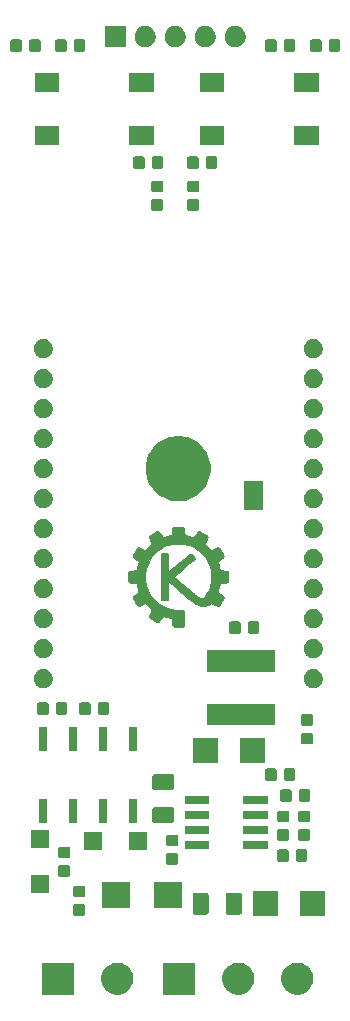
<source format=gbr>
G04 #@! TF.GenerationSoftware,KiCad,Pcbnew,5.1.5+dfsg1-2build2*
G04 #@! TF.CreationDate,2020-10-21T19:02:22+02:00*
G04 #@! TF.ProjectId,Pletacka-board,506c6574-6163-46b6-912d-626f6172642e,rev?*
G04 #@! TF.SameCoordinates,Original*
G04 #@! TF.FileFunction,Soldermask,Top*
G04 #@! TF.FilePolarity,Negative*
%FSLAX46Y46*%
G04 Gerber Fmt 4.6, Leading zero omitted, Abs format (unit mm)*
G04 Created by KiCad (PCBNEW 5.1.5+dfsg1-2build2) date 2020-10-21 19:02:22*
%MOMM*%
%LPD*%
G04 APERTURE LIST*
%ADD10C,0.010000*%
%ADD11C,0.350000*%
G04 APERTURE END LIST*
D10*
G04 #@! TO.C,G\002A\002A\002A*
G36*
X146965185Y-104498374D02*
G01*
X147002938Y-104526877D01*
X147026138Y-104556244D01*
X147032928Y-104567743D01*
X147038511Y-104579398D01*
X147043210Y-104593269D01*
X147047346Y-104611414D01*
X147051240Y-104635895D01*
X147055214Y-104668769D01*
X147059590Y-104712098D01*
X147064689Y-104767940D01*
X147070832Y-104838355D01*
X147071638Y-104847687D01*
X147078924Y-104929497D01*
X147085512Y-104996135D01*
X147091799Y-105049327D01*
X147098178Y-105090800D01*
X147105044Y-105122279D01*
X147112793Y-105145490D01*
X147121819Y-105162160D01*
X147132517Y-105174014D01*
X147145283Y-105182779D01*
X147148719Y-105184626D01*
X147167500Y-105191727D01*
X147198090Y-105200510D01*
X147235630Y-105209658D01*
X147261644Y-105215214D01*
X147352962Y-105235248D01*
X147452003Y-105259861D01*
X147551503Y-105287120D01*
X147644196Y-105315093D01*
X147675979Y-105325460D01*
X147732076Y-105343112D01*
X147775600Y-105353876D01*
X147809351Y-105357966D01*
X147836129Y-105355593D01*
X147858733Y-105346970D01*
X147869677Y-105340150D01*
X147881532Y-105328354D01*
X147901451Y-105304511D01*
X147927956Y-105270561D01*
X147959568Y-105228446D01*
X147994809Y-105180107D01*
X148032200Y-105127485D01*
X148038406Y-105118623D01*
X148076022Y-105065458D01*
X148112099Y-105015717D01*
X148145086Y-104971443D01*
X148173430Y-104934681D01*
X148195581Y-104907474D01*
X148209985Y-104891869D01*
X148211507Y-104890553D01*
X148251386Y-104868581D01*
X148297629Y-104859745D01*
X148345450Y-104864438D01*
X148378998Y-104876829D01*
X148396656Y-104886316D01*
X148426305Y-104902849D01*
X148465919Y-104925257D01*
X148513476Y-104952369D01*
X148566948Y-104983014D01*
X148624314Y-105016020D01*
X148683546Y-105050218D01*
X148742621Y-105084434D01*
X148799515Y-105117499D01*
X148852202Y-105148241D01*
X148898658Y-105175489D01*
X148936858Y-105198071D01*
X148964778Y-105214818D01*
X148980393Y-105224557D01*
X148981775Y-105225499D01*
X149010164Y-105254862D01*
X149030653Y-105294728D01*
X149040687Y-105339534D01*
X149041261Y-105354966D01*
X149040154Y-105369203D01*
X149036734Y-105385943D01*
X149030266Y-105407028D01*
X149020018Y-105434301D01*
X149005258Y-105469603D01*
X148985252Y-105514776D01*
X148959268Y-105571661D01*
X148929629Y-105635546D01*
X148902035Y-105695479D01*
X148876942Y-105751368D01*
X148855231Y-105801138D01*
X148837786Y-105842712D01*
X148825489Y-105874016D01*
X148819222Y-105892972D01*
X148818600Y-105896734D01*
X148827012Y-105935940D01*
X148852100Y-105975853D01*
X148889010Y-106012291D01*
X148920824Y-106040232D01*
X148961303Y-106077763D01*
X149007599Y-106122061D01*
X149056861Y-106170303D01*
X149106239Y-106219665D01*
X149152884Y-106267323D01*
X149193944Y-106310453D01*
X149226571Y-106346232D01*
X149229978Y-106350120D01*
X149269193Y-106392771D01*
X149301901Y-106422561D01*
X149330385Y-106441103D01*
X149356927Y-106450009D01*
X149373266Y-106451400D01*
X149386463Y-106447907D01*
X149412873Y-106438015D01*
X149450418Y-106422609D01*
X149497025Y-106402569D01*
X149550615Y-106378778D01*
X149609115Y-106352119D01*
X149634453Y-106340371D01*
X149703670Y-106308274D01*
X149759489Y-106282826D01*
X149803752Y-106263295D01*
X149838301Y-106248946D01*
X149864977Y-106239048D01*
X149885621Y-106232867D01*
X149902077Y-106229672D01*
X149915033Y-106228739D01*
X149960205Y-106234604D01*
X150002337Y-106251774D01*
X150035871Y-106277692D01*
X150044454Y-106288225D01*
X150052684Y-106301231D01*
X150068143Y-106326914D01*
X150089659Y-106363250D01*
X150116062Y-106408212D01*
X150146179Y-106459778D01*
X150178838Y-106515920D01*
X150212867Y-106574615D01*
X150247095Y-106633837D01*
X150280350Y-106691562D01*
X150311460Y-106745764D01*
X150339253Y-106794419D01*
X150362558Y-106835501D01*
X150380202Y-106866986D01*
X150391014Y-106886848D01*
X150392236Y-106889213D01*
X150408392Y-106938212D01*
X150408356Y-106987434D01*
X150392687Y-107034625D01*
X150361943Y-107077532D01*
X150340684Y-107097003D01*
X150323809Y-107109797D01*
X150295354Y-107130547D01*
X150257664Y-107157580D01*
X150213086Y-107189218D01*
X150163966Y-107223788D01*
X150123231Y-107252252D01*
X150068073Y-107291237D01*
X150019619Y-107326611D01*
X149979511Y-107357108D01*
X149949390Y-107381464D01*
X149930899Y-107398414D01*
X149926413Y-107403900D01*
X149916173Y-107426299D01*
X149912086Y-107452144D01*
X149914415Y-107484239D01*
X149923420Y-107525387D01*
X149939363Y-107578390D01*
X149943998Y-107592428D01*
X149994146Y-107757251D01*
X150037458Y-107930032D01*
X150050679Y-107991278D01*
X150060079Y-108033813D01*
X150069722Y-108072428D01*
X150078482Y-108102900D01*
X150085233Y-108121008D01*
X150085299Y-108121137D01*
X150093586Y-108134495D01*
X150104522Y-108145683D01*
X150119834Y-108155095D01*
X150141251Y-108163128D01*
X150170497Y-108170177D01*
X150209302Y-108176639D01*
X150259391Y-108182908D01*
X150322492Y-108189380D01*
X150400332Y-108196452D01*
X150422313Y-108198361D01*
X150494577Y-108204649D01*
X150552026Y-108209854D01*
X150596719Y-108214298D01*
X150630715Y-108218303D01*
X150656076Y-108222190D01*
X150674859Y-108226280D01*
X150689125Y-108230896D01*
X150700934Y-108236359D01*
X150712345Y-108242990D01*
X150713756Y-108243861D01*
X150750876Y-108275229D01*
X150771626Y-108304815D01*
X150791333Y-108342130D01*
X150791333Y-109081870D01*
X150771626Y-109119185D01*
X150743122Y-109156938D01*
X150713756Y-109180138D01*
X150702256Y-109186928D01*
X150690601Y-109192511D01*
X150676731Y-109197210D01*
X150658585Y-109201346D01*
X150634105Y-109205240D01*
X150601230Y-109209214D01*
X150557902Y-109213590D01*
X150502060Y-109218689D01*
X150431644Y-109224832D01*
X150422313Y-109225638D01*
X150340569Y-109232914D01*
X150273991Y-109239486D01*
X150220848Y-109245754D01*
X150179411Y-109252119D01*
X150147947Y-109258978D01*
X150124726Y-109266732D01*
X150108016Y-109275779D01*
X150096088Y-109286520D01*
X150087209Y-109299353D01*
X150084985Y-109303470D01*
X150078550Y-109320817D01*
X150069875Y-109351065D01*
X150059934Y-109390489D01*
X150049698Y-109435365D01*
X150045835Y-109453542D01*
X150032958Y-109511530D01*
X150017219Y-109576231D01*
X149999643Y-109643936D01*
X149981255Y-109710936D01*
X149963081Y-109773524D01*
X149946147Y-109827990D01*
X149931477Y-109870625D01*
X149927997Y-109879731D01*
X149914039Y-109929740D01*
X149912357Y-109975606D01*
X149922990Y-110013936D01*
X149926413Y-110020100D01*
X149938176Y-110032677D01*
X149962426Y-110053322D01*
X149997522Y-110080769D01*
X150041822Y-110113754D01*
X150093683Y-110151010D01*
X150123231Y-110171748D01*
X150174287Y-110207453D01*
X150222667Y-110241558D01*
X150266024Y-110272389D01*
X150302013Y-110298271D01*
X150328287Y-110317527D01*
X150340684Y-110326997D01*
X150378886Y-110366857D01*
X150402298Y-110412149D01*
X150410362Y-110460619D01*
X150402518Y-110510013D01*
X150392236Y-110534787D01*
X150382906Y-110552125D01*
X150366513Y-110581484D01*
X150344229Y-110620838D01*
X150317226Y-110668163D01*
X150286676Y-110721434D01*
X150253750Y-110778626D01*
X150219621Y-110837713D01*
X150185460Y-110896672D01*
X150152439Y-110953476D01*
X150121729Y-111006102D01*
X150094504Y-111052523D01*
X150071933Y-111090716D01*
X150055190Y-111118655D01*
X150045446Y-111134314D01*
X150044454Y-111135775D01*
X150015212Y-111164099D01*
X149975441Y-111184590D01*
X149930704Y-111194692D01*
X149915033Y-111195300D01*
X149901141Y-111194243D01*
X149884809Y-111190944D01*
X149864247Y-111184687D01*
X149837665Y-111174752D01*
X149803271Y-111160422D01*
X149759276Y-111140978D01*
X149703888Y-111115703D01*
X149635317Y-111083878D01*
X149623776Y-111078491D01*
X149551146Y-111044556D01*
X149491962Y-111017275D01*
X149444241Y-110996333D01*
X149405996Y-110981414D01*
X149375242Y-110972205D01*
X149349994Y-110968389D01*
X149328267Y-110969651D01*
X149308074Y-110975676D01*
X149287431Y-110986150D01*
X149264353Y-111000757D01*
X149239401Y-111017482D01*
X149131599Y-111081607D01*
X149021635Y-111130664D01*
X148905256Y-111166387D01*
X148839766Y-111180461D01*
X148775024Y-111188779D01*
X148699893Y-111192322D01*
X148619881Y-111191295D01*
X148540499Y-111185900D01*
X148467256Y-111176343D01*
X148412156Y-111164625D01*
X148327520Y-111137724D01*
X148233899Y-111100485D01*
X148134320Y-111054500D01*
X148031810Y-111001366D01*
X147929398Y-110942676D01*
X147830111Y-110880026D01*
X147736976Y-110815009D01*
X147710309Y-110794991D01*
X147692467Y-110780895D01*
X147663255Y-110757189D01*
X147622570Y-110723785D01*
X147570307Y-110680596D01*
X147506360Y-110627536D01*
X147430625Y-110564515D01*
X147342998Y-110491447D01*
X147243374Y-110408245D01*
X147131648Y-110314820D01*
X147007716Y-110211085D01*
X146871472Y-110096954D01*
X146722813Y-109972338D01*
X146561633Y-109837149D01*
X146387828Y-109691302D01*
X146201294Y-109534707D01*
X146001925Y-109367277D01*
X146000680Y-109366232D01*
X145931826Y-109308909D01*
X145874591Y-109262359D01*
X145829159Y-109226722D01*
X145795717Y-109202142D01*
X145774448Y-109188762D01*
X145767042Y-109186133D01*
X145746301Y-109192212D01*
X145733812Y-109201617D01*
X145731268Y-109205501D01*
X145729049Y-109211889D01*
X145727131Y-109221879D01*
X145725494Y-109236568D01*
X145724114Y-109257055D01*
X145722970Y-109284438D01*
X145722038Y-109319814D01*
X145721298Y-109364281D01*
X145720726Y-109418937D01*
X145720301Y-109484881D01*
X145720000Y-109563209D01*
X145719801Y-109655021D01*
X145719681Y-109761413D01*
X145719619Y-109883484D01*
X145719614Y-109902233D01*
X145719564Y-110026323D01*
X145719469Y-110134619D01*
X145719304Y-110228262D01*
X145719045Y-110308390D01*
X145718666Y-110376145D01*
X145718142Y-110432666D01*
X145717449Y-110479092D01*
X145716561Y-110516564D01*
X145715454Y-110546221D01*
X145714103Y-110569204D01*
X145712483Y-110586652D01*
X145710569Y-110599704D01*
X145708335Y-110609501D01*
X145705758Y-110617183D01*
X145703885Y-110621583D01*
X145676927Y-110662358D01*
X145639128Y-110694087D01*
X145603002Y-110710503D01*
X145581593Y-110713892D01*
X145544697Y-110716217D01*
X145493725Y-110717436D01*
X145430092Y-110717502D01*
X145393184Y-110717078D01*
X145333668Y-110716100D01*
X145288583Y-110715033D01*
X145255426Y-110713599D01*
X145231696Y-110711522D01*
X145214890Y-110708522D01*
X145202507Y-110704323D01*
X145192044Y-110698646D01*
X145184987Y-110693963D01*
X145159795Y-110672602D01*
X145137206Y-110647109D01*
X145134836Y-110643784D01*
X145114433Y-110614007D01*
X145114433Y-106809992D01*
X145134836Y-106780216D01*
X145156190Y-106755005D01*
X145181665Y-106732406D01*
X145184987Y-106730036D01*
X145195552Y-106723234D01*
X145206388Y-106718093D01*
X145219999Y-106714334D01*
X145238885Y-106711680D01*
X145265549Y-106709853D01*
X145302493Y-106708576D01*
X145352218Y-106707570D01*
X145393184Y-106706922D01*
X145462735Y-106706383D01*
X145520346Y-106707019D01*
X145564605Y-106708785D01*
X145594096Y-106711637D01*
X145603002Y-106713497D01*
X145646138Y-106734504D01*
X145682428Y-106768078D01*
X145703885Y-106802416D01*
X145706697Y-106809327D01*
X145709149Y-106817611D01*
X145711267Y-106828407D01*
X145713075Y-106842854D01*
X145714598Y-106862090D01*
X145715861Y-106887253D01*
X145716888Y-106919482D01*
X145717706Y-106959915D01*
X145718338Y-107009692D01*
X145718809Y-107069949D01*
X145719144Y-107141827D01*
X145719369Y-107226464D01*
X145719507Y-107324997D01*
X145719584Y-107438566D01*
X145719614Y-107523238D01*
X145719661Y-107647246D01*
X145719749Y-107755427D01*
X145719901Y-107848885D01*
X145720143Y-107928725D01*
X145720499Y-107996052D01*
X145720994Y-108051972D01*
X145721652Y-108097591D01*
X145722498Y-108134012D01*
X145723558Y-108162342D01*
X145724855Y-108183685D01*
X145726415Y-108199147D01*
X145728262Y-108209833D01*
X145730421Y-108216848D01*
X145732916Y-108221298D01*
X145735283Y-108223854D01*
X145754560Y-108234993D01*
X145768407Y-108237866D01*
X145774894Y-108234382D01*
X145789689Y-108223783D01*
X145813056Y-108205849D01*
X145845260Y-108180358D01*
X145886568Y-108147092D01*
X145937245Y-108105828D01*
X145997556Y-108056347D01*
X146067767Y-107998428D01*
X146148143Y-107931851D01*
X146238951Y-107856396D01*
X146340455Y-107771841D01*
X146452922Y-107677967D01*
X146576616Y-107574553D01*
X146711803Y-107461379D01*
X146858749Y-107338224D01*
X147017719Y-107204867D01*
X147188979Y-107061089D01*
X147372794Y-106906668D01*
X147444997Y-106845988D01*
X147484755Y-106813353D01*
X147515554Y-106790653D01*
X147540818Y-106776270D01*
X147563970Y-106768591D01*
X147588435Y-106765999D01*
X147613200Y-106766610D01*
X147637415Y-106768891D01*
X147658589Y-106773779D01*
X147678749Y-106782865D01*
X147699922Y-106797738D01*
X147724133Y-106819989D01*
X147753410Y-106851209D01*
X147789778Y-106892987D01*
X147820450Y-106929257D01*
X147861271Y-106978236D01*
X147892250Y-107016778D01*
X147914724Y-107047160D01*
X147930034Y-107071662D01*
X147939519Y-107092561D01*
X147944517Y-107112137D01*
X147946369Y-107132666D01*
X147946533Y-107143755D01*
X147943617Y-107179372D01*
X147933588Y-107210969D01*
X147914524Y-107241677D01*
X147884502Y-107274623D01*
X147843662Y-107311199D01*
X147828104Y-107324299D01*
X147800458Y-107347535D01*
X147761610Y-107380161D01*
X147712447Y-107421435D01*
X147653858Y-107470611D01*
X147586727Y-107526945D01*
X147511944Y-107589694D01*
X147430395Y-107658112D01*
X147342966Y-107731455D01*
X147250545Y-107808979D01*
X147154019Y-107889939D01*
X147054276Y-107973592D01*
X146987683Y-108029439D01*
X146869334Y-108128718D01*
X146763323Y-108217726D01*
X146668988Y-108297041D01*
X146585663Y-108367237D01*
X146512686Y-108428893D01*
X146449392Y-108482584D01*
X146395119Y-108528888D01*
X146349201Y-108568382D01*
X146310976Y-108601641D01*
X146279779Y-108629242D01*
X146254947Y-108651763D01*
X146235816Y-108669780D01*
X146221722Y-108683870D01*
X146212001Y-108694609D01*
X146205990Y-108702574D01*
X146203025Y-108708342D01*
X146202400Y-108711702D01*
X146204095Y-108721530D01*
X146210277Y-108732944D01*
X146222592Y-108747646D01*
X146242686Y-108767336D01*
X146272205Y-108793714D01*
X146312795Y-108828482D01*
X146327283Y-108840723D01*
X146416871Y-108916210D01*
X146511286Y-108995672D01*
X146609680Y-109078400D01*
X146711204Y-109163685D01*
X146815011Y-109250818D01*
X146920252Y-109339090D01*
X147026078Y-109427793D01*
X147131641Y-109516216D01*
X147236093Y-109603651D01*
X147338584Y-109689389D01*
X147438268Y-109772721D01*
X147534295Y-109852938D01*
X147625817Y-109929331D01*
X147711985Y-110001191D01*
X147791951Y-110067809D01*
X147864867Y-110128476D01*
X147929884Y-110182483D01*
X147986154Y-110229121D01*
X148032829Y-110267681D01*
X148069060Y-110297454D01*
X148093998Y-110317731D01*
X148106601Y-110327660D01*
X148158856Y-110364996D01*
X148213334Y-110401545D01*
X148266827Y-110435335D01*
X148316123Y-110464394D01*
X148358014Y-110486749D01*
X148385725Y-110499132D01*
X148433691Y-110512279D01*
X148490601Y-110520281D01*
X148549103Y-110522590D01*
X148601843Y-110518659D01*
X148615268Y-110516219D01*
X148649479Y-110506875D01*
X148688070Y-110493446D01*
X148710541Y-110484184D01*
X148736969Y-110470800D01*
X148758635Y-110455228D01*
X148779934Y-110433576D01*
X148805262Y-110401953D01*
X148808977Y-110397042D01*
X148929971Y-110222494D01*
X149037352Y-110038399D01*
X149130674Y-109845854D01*
X149209492Y-109645956D01*
X149273363Y-109439802D01*
X149321840Y-109228491D01*
X149347787Y-109067600D01*
X149355671Y-108993565D01*
X149361643Y-108907606D01*
X149365588Y-108814634D01*
X149367392Y-108719564D01*
X149366940Y-108627308D01*
X149364118Y-108542779D01*
X149361091Y-108495934D01*
X149335283Y-108277405D01*
X149293448Y-108063675D01*
X149235876Y-107855387D01*
X149162859Y-107653184D01*
X149074686Y-107457710D01*
X148971649Y-107269609D01*
X148854039Y-107089523D01*
X148722145Y-106918098D01*
X148576259Y-106755975D01*
X148574110Y-106753766D01*
X148414881Y-106602071D01*
X148246354Y-106464337D01*
X148069081Y-106340862D01*
X147883609Y-106231942D01*
X147690488Y-106137876D01*
X147490268Y-106058962D01*
X147283497Y-105995496D01*
X147095633Y-105952483D01*
X147020717Y-105938535D01*
X146954023Y-105927550D01*
X146891779Y-105919204D01*
X146830214Y-105913175D01*
X146765557Y-105909139D01*
X146694036Y-105906773D01*
X146611879Y-105905753D01*
X146549533Y-105905661D01*
X146457153Y-105906323D01*
X146377708Y-105908243D01*
X146307222Y-105911792D01*
X146241720Y-105917339D01*
X146177226Y-105925253D01*
X146109765Y-105935906D01*
X146035361Y-105949665D01*
X145999200Y-105956840D01*
X145790153Y-106007427D01*
X145587339Y-106073350D01*
X145391442Y-106153967D01*
X145203145Y-106248634D01*
X145023131Y-106356711D01*
X144852083Y-106477555D01*
X144690683Y-106610525D01*
X144539616Y-106754977D01*
X144399563Y-106910271D01*
X144271208Y-107075764D01*
X144155234Y-107250814D01*
X144052324Y-107434779D01*
X143963161Y-107627017D01*
X143888428Y-107826887D01*
X143841234Y-107985251D01*
X143813363Y-108097084D01*
X143791373Y-108202306D01*
X143774759Y-108305061D01*
X143763016Y-108409495D01*
X143755640Y-108519752D01*
X143752124Y-108639978D01*
X143751661Y-108720467D01*
X143752323Y-108812846D01*
X143754243Y-108892292D01*
X143757792Y-108962778D01*
X143763339Y-109028280D01*
X143771253Y-109092774D01*
X143781906Y-109160235D01*
X143795665Y-109234638D01*
X143802840Y-109270800D01*
X143853537Y-109480556D01*
X143919407Y-109683629D01*
X143999816Y-109879405D01*
X144094130Y-110067273D01*
X144201713Y-110246620D01*
X144321933Y-110416834D01*
X144454154Y-110577301D01*
X144597742Y-110727411D01*
X144752064Y-110866550D01*
X144916483Y-110994106D01*
X145090367Y-111109467D01*
X145273081Y-111212020D01*
X145463991Y-111301153D01*
X145662461Y-111376253D01*
X145867859Y-111436708D01*
X146079549Y-111481906D01*
X146096020Y-111484724D01*
X146203169Y-111500995D01*
X146303595Y-111512266D01*
X146402859Y-111518886D01*
X146506527Y-111521200D01*
X146620161Y-111519557D01*
X146642667Y-111518848D01*
X146712292Y-111516498D01*
X146767015Y-111514688D01*
X146808856Y-111513406D01*
X146839838Y-111512641D01*
X146861982Y-111512382D01*
X146877309Y-111512616D01*
X146887841Y-111513331D01*
X146895600Y-111514516D01*
X146902606Y-111516160D01*
X146907095Y-111517311D01*
X146932810Y-111529418D01*
X146961458Y-111551097D01*
X146987293Y-111577378D01*
X147003131Y-111600354D01*
X147008970Y-111618149D01*
X147016109Y-111650236D01*
X147024182Y-111694055D01*
X147032822Y-111747047D01*
X147041662Y-111806654D01*
X147050335Y-111870314D01*
X147058473Y-111935471D01*
X147065709Y-111999563D01*
X147071678Y-112060032D01*
X147075206Y-112102900D01*
X147079818Y-112196529D01*
X147081100Y-112302484D01*
X147079146Y-112416508D01*
X147074050Y-112534344D01*
X147065908Y-112651735D01*
X147062042Y-112695264D01*
X147056869Y-112747457D01*
X147052268Y-112785982D01*
X147047565Y-112814058D01*
X147042088Y-112834907D01*
X147035162Y-112851746D01*
X147026114Y-112867795D01*
X147025880Y-112868173D01*
X146994889Y-112904768D01*
X146965185Y-112925626D01*
X146927870Y-112945333D01*
X146188130Y-112945333D01*
X146150815Y-112925626D01*
X146113069Y-112897130D01*
X146089868Y-112867767D01*
X146083081Y-112856273D01*
X146077501Y-112844626D01*
X146072806Y-112830766D01*
X146068676Y-112812634D01*
X146064790Y-112788171D01*
X146060826Y-112755316D01*
X146056463Y-112712011D01*
X146051381Y-112656196D01*
X146045259Y-112585811D01*
X146044443Y-112576324D01*
X146037180Y-112494531D01*
X146030610Y-112427908D01*
X146024337Y-112374729D01*
X146017965Y-112333267D01*
X146011098Y-112301794D01*
X146003342Y-112278584D01*
X145994300Y-112261908D01*
X145983577Y-112250041D01*
X145970777Y-112241253D01*
X145967281Y-112239374D01*
X145948499Y-112232273D01*
X145917910Y-112223490D01*
X145880370Y-112214342D01*
X145854355Y-112208785D01*
X145763038Y-112188752D01*
X145663997Y-112164139D01*
X145564497Y-112136879D01*
X145471804Y-112108906D01*
X145440020Y-112098540D01*
X145383725Y-112080872D01*
X145339966Y-112070142D01*
X145305955Y-112066084D01*
X145278904Y-112068431D01*
X145256025Y-112076919D01*
X145249900Y-112080413D01*
X145237322Y-112092176D01*
X145216678Y-112116426D01*
X145189230Y-112151522D01*
X145156246Y-112195822D01*
X145118989Y-112247683D01*
X145098252Y-112277231D01*
X145062547Y-112328287D01*
X145028441Y-112376667D01*
X144997610Y-112420024D01*
X144971729Y-112456013D01*
X144952472Y-112482287D01*
X144943003Y-112494684D01*
X144903248Y-112532781D01*
X144858046Y-112556210D01*
X144809724Y-112564389D01*
X144760611Y-112556738D01*
X144735737Y-112546415D01*
X144718457Y-112537091D01*
X144689155Y-112520708D01*
X144649852Y-112498437D01*
X144602572Y-112471447D01*
X144549335Y-112440909D01*
X144492164Y-112407992D01*
X144433082Y-112373867D01*
X144374110Y-112339704D01*
X144317271Y-112306673D01*
X144264586Y-112275944D01*
X144218079Y-112248687D01*
X144179770Y-112226072D01*
X144151683Y-112209269D01*
X144135838Y-112199449D01*
X144134225Y-112198361D01*
X144105956Y-112169285D01*
X144085485Y-112129655D01*
X144075362Y-112085018D01*
X144074739Y-112069033D01*
X144075845Y-112054797D01*
X144079266Y-112038057D01*
X144085734Y-112016971D01*
X144095981Y-111989698D01*
X144110742Y-111954397D01*
X144130747Y-111909224D01*
X144156731Y-111852339D01*
X144186371Y-111788453D01*
X144213964Y-111728521D01*
X144239058Y-111672632D01*
X144260768Y-111622862D01*
X144278213Y-111581288D01*
X144290511Y-111549984D01*
X144296778Y-111531028D01*
X144297400Y-111527266D01*
X144293523Y-111500515D01*
X144280849Y-111473082D01*
X144257809Y-111442763D01*
X144222837Y-111407358D01*
X144193028Y-111380629D01*
X144157010Y-111348135D01*
X144113366Y-111306829D01*
X144065021Y-111259666D01*
X144014904Y-111209596D01*
X143965940Y-111159573D01*
X143921057Y-111112549D01*
X143883181Y-111071475D01*
X143858316Y-111043010D01*
X143818293Y-111003210D01*
X143778659Y-110979650D01*
X143743124Y-110972600D01*
X143730029Y-110976089D01*
X143703712Y-110985968D01*
X143666243Y-111001358D01*
X143619693Y-111021377D01*
X143566133Y-111045145D01*
X143507632Y-111071781D01*
X143481937Y-111083682D01*
X143412687Y-111115757D01*
X143356840Y-111141192D01*
X143312554Y-111160718D01*
X143277987Y-111175066D01*
X143251298Y-111184969D01*
X143230644Y-111191158D01*
X143214185Y-111194365D01*
X143200966Y-111195314D01*
X143155811Y-111189407D01*
X143113689Y-111172230D01*
X143080164Y-111146342D01*
X143071545Y-111135775D01*
X143063231Y-111122643D01*
X143047690Y-111096833D01*
X143026095Y-111060368D01*
X142999617Y-111015274D01*
X142969429Y-110963576D01*
X142936700Y-110907299D01*
X142902603Y-110848469D01*
X142868310Y-110789111D01*
X142834992Y-110731249D01*
X142803820Y-110676910D01*
X142775965Y-110628117D01*
X142752601Y-110586897D01*
X142734897Y-110555274D01*
X142724025Y-110535274D01*
X142722851Y-110532998D01*
X142707892Y-110487095D01*
X142706758Y-110439229D01*
X142719056Y-110394184D01*
X142736553Y-110365507D01*
X142750053Y-110352526D01*
X142775490Y-110331544D01*
X142810820Y-110304113D01*
X142853998Y-110271783D01*
X142902980Y-110236108D01*
X142955721Y-110198639D01*
X142964623Y-110192406D01*
X143017760Y-110154804D01*
X143066930Y-110119112D01*
X143110194Y-110086806D01*
X143145608Y-110059367D01*
X143171234Y-110038272D01*
X143185128Y-110024999D01*
X143186150Y-110023677D01*
X143197913Y-110002130D01*
X143203536Y-109977854D01*
X143202805Y-109948049D01*
X143195509Y-109909914D01*
X143181436Y-109860651D01*
X143171460Y-109829979D01*
X143143721Y-109741754D01*
X143115964Y-109643975D01*
X143090123Y-109543906D01*
X143068130Y-109448812D01*
X143061214Y-109415644D01*
X143052540Y-109376185D01*
X143043369Y-109340496D01*
X143035019Y-109313435D01*
X143030626Y-109302719D01*
X143022348Y-109289395D01*
X143011398Y-109278234D01*
X142996049Y-109268840D01*
X142974575Y-109260819D01*
X142945250Y-109253776D01*
X142906349Y-109247315D01*
X142856144Y-109241043D01*
X142792910Y-109234564D01*
X142714921Y-109227482D01*
X142693687Y-109225638D01*
X142621423Y-109219351D01*
X142563974Y-109214146D01*
X142519281Y-109209701D01*
X142485284Y-109205697D01*
X142459924Y-109201810D01*
X142441141Y-109197719D01*
X142426874Y-109193103D01*
X142415066Y-109187641D01*
X142403655Y-109181010D01*
X142402244Y-109180138D01*
X142365123Y-109148771D01*
X142344374Y-109119185D01*
X142324667Y-109081870D01*
X142324667Y-108342130D01*
X142344374Y-108304815D01*
X142372877Y-108267062D01*
X142402244Y-108243861D01*
X142413743Y-108237072D01*
X142425398Y-108231488D01*
X142439269Y-108226790D01*
X142457414Y-108222654D01*
X142481895Y-108218760D01*
X142514769Y-108214786D01*
X142558098Y-108210410D01*
X142613940Y-108205311D01*
X142684355Y-108199167D01*
X142693687Y-108198361D01*
X142775497Y-108191076D01*
X142842135Y-108184487D01*
X142895327Y-108178201D01*
X142936800Y-108171822D01*
X142968279Y-108164956D01*
X142991490Y-108157207D01*
X143008160Y-108148181D01*
X143020014Y-108137482D01*
X143028779Y-108124717D01*
X143030626Y-108121281D01*
X143037727Y-108102499D01*
X143046510Y-108071910D01*
X143055658Y-108034370D01*
X143061214Y-108008355D01*
X143081248Y-107917038D01*
X143105861Y-107817997D01*
X143133120Y-107718497D01*
X143161093Y-107625804D01*
X143171460Y-107594020D01*
X143189112Y-107537923D01*
X143199876Y-107494399D01*
X143203966Y-107460649D01*
X143201593Y-107433871D01*
X143192970Y-107411267D01*
X143186150Y-107400323D01*
X143174354Y-107388468D01*
X143150511Y-107368548D01*
X143116561Y-107342043D01*
X143074446Y-107310431D01*
X143026107Y-107275191D01*
X142973485Y-107237800D01*
X142964623Y-107231594D01*
X142911458Y-107193978D01*
X142861717Y-107157900D01*
X142817443Y-107124914D01*
X142780681Y-107096569D01*
X142753474Y-107074419D01*
X142737869Y-107060014D01*
X142736553Y-107058493D01*
X142714576Y-107018607D01*
X142705743Y-106972365D01*
X142710445Y-106924550D01*
X142722851Y-106891001D01*
X142732322Y-106873386D01*
X142748844Y-106843772D01*
X142771244Y-106804184D01*
X142798352Y-106756646D01*
X142828996Y-106703185D01*
X142862004Y-106645825D01*
X142896204Y-106586592D01*
X142930426Y-106527510D01*
X142963498Y-106470605D01*
X142994248Y-106417903D01*
X143021505Y-106371427D01*
X143044096Y-106333204D01*
X143060852Y-106305258D01*
X143070599Y-106289615D01*
X143071545Y-106288225D01*
X143100779Y-106259910D01*
X143140544Y-106239415D01*
X143185276Y-106229301D01*
X143200966Y-106228686D01*
X143215168Y-106229765D01*
X143231826Y-106233139D01*
X143252784Y-106239541D01*
X143279886Y-106249705D01*
X143314974Y-106264363D01*
X143359891Y-106284249D01*
X143416482Y-106310095D01*
X143481616Y-106340317D01*
X143541552Y-106367919D01*
X143597441Y-106393021D01*
X143647209Y-106414739D01*
X143688780Y-106432193D01*
X143720080Y-106444498D01*
X143739034Y-106450774D01*
X143742803Y-106451400D01*
X143769271Y-106447605D01*
X143796301Y-106435149D01*
X143826169Y-106412420D01*
X143861152Y-106377808D01*
X143886021Y-106350120D01*
X143917368Y-106315481D01*
X143957513Y-106273131D01*
X144003604Y-106225893D01*
X144052792Y-106176591D01*
X144102227Y-106128049D01*
X144149060Y-106083091D01*
X144190439Y-106044541D01*
X144223516Y-106015221D01*
X144226990Y-106012291D01*
X144266982Y-105972056D01*
X144290501Y-105932194D01*
X144297400Y-105896734D01*
X144293907Y-105883537D01*
X144284015Y-105857127D01*
X144268609Y-105819581D01*
X144248569Y-105772975D01*
X144224778Y-105719384D01*
X144198119Y-105660885D01*
X144186371Y-105635546D01*
X144154274Y-105566329D01*
X144128826Y-105510510D01*
X144109295Y-105466247D01*
X144094946Y-105431699D01*
X144085048Y-105405023D01*
X144078867Y-105384378D01*
X144075672Y-105367922D01*
X144074739Y-105354966D01*
X144080579Y-105309887D01*
X144097673Y-105267847D01*
X144123469Y-105234393D01*
X144134225Y-105225638D01*
X144147299Y-105217386D01*
X144173053Y-105201903D01*
X144209466Y-105180360D01*
X144254514Y-105153927D01*
X144306175Y-105123772D01*
X144362427Y-105091067D01*
X144421247Y-105056981D01*
X144480613Y-105022684D01*
X144538502Y-104989345D01*
X144592892Y-104958135D01*
X144641760Y-104930223D01*
X144683084Y-104906780D01*
X144714842Y-104888974D01*
X144735011Y-104877977D01*
X144737526Y-104876672D01*
X144783068Y-104861842D01*
X144830784Y-104860772D01*
X144875773Y-104873055D01*
X144904493Y-104890553D01*
X144917474Y-104904053D01*
X144938456Y-104929490D01*
X144965887Y-104964820D01*
X144998216Y-105007998D01*
X145033891Y-105056980D01*
X145071361Y-105109721D01*
X145077594Y-105118623D01*
X145115195Y-105171760D01*
X145150888Y-105220930D01*
X145183193Y-105264194D01*
X145210633Y-105299608D01*
X145231728Y-105325234D01*
X145245001Y-105339128D01*
X145246323Y-105340150D01*
X145267870Y-105351913D01*
X145292146Y-105357536D01*
X145321951Y-105356805D01*
X145360085Y-105349509D01*
X145409349Y-105335436D01*
X145440020Y-105325460D01*
X145528245Y-105297721D01*
X145626025Y-105269964D01*
X145726094Y-105244123D01*
X145821187Y-105222130D01*
X145854355Y-105215214D01*
X145893814Y-105206540D01*
X145929503Y-105197369D01*
X145956565Y-105189019D01*
X145967281Y-105184626D01*
X145980604Y-105176348D01*
X145991766Y-105165398D01*
X146001159Y-105150049D01*
X146009180Y-105128575D01*
X146016224Y-105099250D01*
X146022684Y-105060349D01*
X146028957Y-105010144D01*
X146035436Y-104946910D01*
X146042517Y-104868921D01*
X146044361Y-104847687D01*
X146050649Y-104775423D01*
X146055854Y-104717974D01*
X146060298Y-104673281D01*
X146064303Y-104639284D01*
X146068190Y-104613924D01*
X146072280Y-104595141D01*
X146076896Y-104580874D01*
X146082359Y-104569066D01*
X146088990Y-104557655D01*
X146089861Y-104556244D01*
X146121229Y-104519123D01*
X146150815Y-104498374D01*
X146188130Y-104478667D01*
X146927870Y-104478667D01*
X146965185Y-104498374D01*
G37*
X146965185Y-104498374D02*
X147002938Y-104526877D01*
X147026138Y-104556244D01*
X147032928Y-104567743D01*
X147038511Y-104579398D01*
X147043210Y-104593269D01*
X147047346Y-104611414D01*
X147051240Y-104635895D01*
X147055214Y-104668769D01*
X147059590Y-104712098D01*
X147064689Y-104767940D01*
X147070832Y-104838355D01*
X147071638Y-104847687D01*
X147078924Y-104929497D01*
X147085512Y-104996135D01*
X147091799Y-105049327D01*
X147098178Y-105090800D01*
X147105044Y-105122279D01*
X147112793Y-105145490D01*
X147121819Y-105162160D01*
X147132517Y-105174014D01*
X147145283Y-105182779D01*
X147148719Y-105184626D01*
X147167500Y-105191727D01*
X147198090Y-105200510D01*
X147235630Y-105209658D01*
X147261644Y-105215214D01*
X147352962Y-105235248D01*
X147452003Y-105259861D01*
X147551503Y-105287120D01*
X147644196Y-105315093D01*
X147675979Y-105325460D01*
X147732076Y-105343112D01*
X147775600Y-105353876D01*
X147809351Y-105357966D01*
X147836129Y-105355593D01*
X147858733Y-105346970D01*
X147869677Y-105340150D01*
X147881532Y-105328354D01*
X147901451Y-105304511D01*
X147927956Y-105270561D01*
X147959568Y-105228446D01*
X147994809Y-105180107D01*
X148032200Y-105127485D01*
X148038406Y-105118623D01*
X148076022Y-105065458D01*
X148112099Y-105015717D01*
X148145086Y-104971443D01*
X148173430Y-104934681D01*
X148195581Y-104907474D01*
X148209985Y-104891869D01*
X148211507Y-104890553D01*
X148251386Y-104868581D01*
X148297629Y-104859745D01*
X148345450Y-104864438D01*
X148378998Y-104876829D01*
X148396656Y-104886316D01*
X148426305Y-104902849D01*
X148465919Y-104925257D01*
X148513476Y-104952369D01*
X148566948Y-104983014D01*
X148624314Y-105016020D01*
X148683546Y-105050218D01*
X148742621Y-105084434D01*
X148799515Y-105117499D01*
X148852202Y-105148241D01*
X148898658Y-105175489D01*
X148936858Y-105198071D01*
X148964778Y-105214818D01*
X148980393Y-105224557D01*
X148981775Y-105225499D01*
X149010164Y-105254862D01*
X149030653Y-105294728D01*
X149040687Y-105339534D01*
X149041261Y-105354966D01*
X149040154Y-105369203D01*
X149036734Y-105385943D01*
X149030266Y-105407028D01*
X149020018Y-105434301D01*
X149005258Y-105469603D01*
X148985252Y-105514776D01*
X148959268Y-105571661D01*
X148929629Y-105635546D01*
X148902035Y-105695479D01*
X148876942Y-105751368D01*
X148855231Y-105801138D01*
X148837786Y-105842712D01*
X148825489Y-105874016D01*
X148819222Y-105892972D01*
X148818600Y-105896734D01*
X148827012Y-105935940D01*
X148852100Y-105975853D01*
X148889010Y-106012291D01*
X148920824Y-106040232D01*
X148961303Y-106077763D01*
X149007599Y-106122061D01*
X149056861Y-106170303D01*
X149106239Y-106219665D01*
X149152884Y-106267323D01*
X149193944Y-106310453D01*
X149226571Y-106346232D01*
X149229978Y-106350120D01*
X149269193Y-106392771D01*
X149301901Y-106422561D01*
X149330385Y-106441103D01*
X149356927Y-106450009D01*
X149373266Y-106451400D01*
X149386463Y-106447907D01*
X149412873Y-106438015D01*
X149450418Y-106422609D01*
X149497025Y-106402569D01*
X149550615Y-106378778D01*
X149609115Y-106352119D01*
X149634453Y-106340371D01*
X149703670Y-106308274D01*
X149759489Y-106282826D01*
X149803752Y-106263295D01*
X149838301Y-106248946D01*
X149864977Y-106239048D01*
X149885621Y-106232867D01*
X149902077Y-106229672D01*
X149915033Y-106228739D01*
X149960205Y-106234604D01*
X150002337Y-106251774D01*
X150035871Y-106277692D01*
X150044454Y-106288225D01*
X150052684Y-106301231D01*
X150068143Y-106326914D01*
X150089659Y-106363250D01*
X150116062Y-106408212D01*
X150146179Y-106459778D01*
X150178838Y-106515920D01*
X150212867Y-106574615D01*
X150247095Y-106633837D01*
X150280350Y-106691562D01*
X150311460Y-106745764D01*
X150339253Y-106794419D01*
X150362558Y-106835501D01*
X150380202Y-106866986D01*
X150391014Y-106886848D01*
X150392236Y-106889213D01*
X150408392Y-106938212D01*
X150408356Y-106987434D01*
X150392687Y-107034625D01*
X150361943Y-107077532D01*
X150340684Y-107097003D01*
X150323809Y-107109797D01*
X150295354Y-107130547D01*
X150257664Y-107157580D01*
X150213086Y-107189218D01*
X150163966Y-107223788D01*
X150123231Y-107252252D01*
X150068073Y-107291237D01*
X150019619Y-107326611D01*
X149979511Y-107357108D01*
X149949390Y-107381464D01*
X149930899Y-107398414D01*
X149926413Y-107403900D01*
X149916173Y-107426299D01*
X149912086Y-107452144D01*
X149914415Y-107484239D01*
X149923420Y-107525387D01*
X149939363Y-107578390D01*
X149943998Y-107592428D01*
X149994146Y-107757251D01*
X150037458Y-107930032D01*
X150050679Y-107991278D01*
X150060079Y-108033813D01*
X150069722Y-108072428D01*
X150078482Y-108102900D01*
X150085233Y-108121008D01*
X150085299Y-108121137D01*
X150093586Y-108134495D01*
X150104522Y-108145683D01*
X150119834Y-108155095D01*
X150141251Y-108163128D01*
X150170497Y-108170177D01*
X150209302Y-108176639D01*
X150259391Y-108182908D01*
X150322492Y-108189380D01*
X150400332Y-108196452D01*
X150422313Y-108198361D01*
X150494577Y-108204649D01*
X150552026Y-108209854D01*
X150596719Y-108214298D01*
X150630715Y-108218303D01*
X150656076Y-108222190D01*
X150674859Y-108226280D01*
X150689125Y-108230896D01*
X150700934Y-108236359D01*
X150712345Y-108242990D01*
X150713756Y-108243861D01*
X150750876Y-108275229D01*
X150771626Y-108304815D01*
X150791333Y-108342130D01*
X150791333Y-109081870D01*
X150771626Y-109119185D01*
X150743122Y-109156938D01*
X150713756Y-109180138D01*
X150702256Y-109186928D01*
X150690601Y-109192511D01*
X150676731Y-109197210D01*
X150658585Y-109201346D01*
X150634105Y-109205240D01*
X150601230Y-109209214D01*
X150557902Y-109213590D01*
X150502060Y-109218689D01*
X150431644Y-109224832D01*
X150422313Y-109225638D01*
X150340569Y-109232914D01*
X150273991Y-109239486D01*
X150220848Y-109245754D01*
X150179411Y-109252119D01*
X150147947Y-109258978D01*
X150124726Y-109266732D01*
X150108016Y-109275779D01*
X150096088Y-109286520D01*
X150087209Y-109299353D01*
X150084985Y-109303470D01*
X150078550Y-109320817D01*
X150069875Y-109351065D01*
X150059934Y-109390489D01*
X150049698Y-109435365D01*
X150045835Y-109453542D01*
X150032958Y-109511530D01*
X150017219Y-109576231D01*
X149999643Y-109643936D01*
X149981255Y-109710936D01*
X149963081Y-109773524D01*
X149946147Y-109827990D01*
X149931477Y-109870625D01*
X149927997Y-109879731D01*
X149914039Y-109929740D01*
X149912357Y-109975606D01*
X149922990Y-110013936D01*
X149926413Y-110020100D01*
X149938176Y-110032677D01*
X149962426Y-110053322D01*
X149997522Y-110080769D01*
X150041822Y-110113754D01*
X150093683Y-110151010D01*
X150123231Y-110171748D01*
X150174287Y-110207453D01*
X150222667Y-110241558D01*
X150266024Y-110272389D01*
X150302013Y-110298271D01*
X150328287Y-110317527D01*
X150340684Y-110326997D01*
X150378886Y-110366857D01*
X150402298Y-110412149D01*
X150410362Y-110460619D01*
X150402518Y-110510013D01*
X150392236Y-110534787D01*
X150382906Y-110552125D01*
X150366513Y-110581484D01*
X150344229Y-110620838D01*
X150317226Y-110668163D01*
X150286676Y-110721434D01*
X150253750Y-110778626D01*
X150219621Y-110837713D01*
X150185460Y-110896672D01*
X150152439Y-110953476D01*
X150121729Y-111006102D01*
X150094504Y-111052523D01*
X150071933Y-111090716D01*
X150055190Y-111118655D01*
X150045446Y-111134314D01*
X150044454Y-111135775D01*
X150015212Y-111164099D01*
X149975441Y-111184590D01*
X149930704Y-111194692D01*
X149915033Y-111195300D01*
X149901141Y-111194243D01*
X149884809Y-111190944D01*
X149864247Y-111184687D01*
X149837665Y-111174752D01*
X149803271Y-111160422D01*
X149759276Y-111140978D01*
X149703888Y-111115703D01*
X149635317Y-111083878D01*
X149623776Y-111078491D01*
X149551146Y-111044556D01*
X149491962Y-111017275D01*
X149444241Y-110996333D01*
X149405996Y-110981414D01*
X149375242Y-110972205D01*
X149349994Y-110968389D01*
X149328267Y-110969651D01*
X149308074Y-110975676D01*
X149287431Y-110986150D01*
X149264353Y-111000757D01*
X149239401Y-111017482D01*
X149131599Y-111081607D01*
X149021635Y-111130664D01*
X148905256Y-111166387D01*
X148839766Y-111180461D01*
X148775024Y-111188779D01*
X148699893Y-111192322D01*
X148619881Y-111191295D01*
X148540499Y-111185900D01*
X148467256Y-111176343D01*
X148412156Y-111164625D01*
X148327520Y-111137724D01*
X148233899Y-111100485D01*
X148134320Y-111054500D01*
X148031810Y-111001366D01*
X147929398Y-110942676D01*
X147830111Y-110880026D01*
X147736976Y-110815009D01*
X147710309Y-110794991D01*
X147692467Y-110780895D01*
X147663255Y-110757189D01*
X147622570Y-110723785D01*
X147570307Y-110680596D01*
X147506360Y-110627536D01*
X147430625Y-110564515D01*
X147342998Y-110491447D01*
X147243374Y-110408245D01*
X147131648Y-110314820D01*
X147007716Y-110211085D01*
X146871472Y-110096954D01*
X146722813Y-109972338D01*
X146561633Y-109837149D01*
X146387828Y-109691302D01*
X146201294Y-109534707D01*
X146001925Y-109367277D01*
X146000680Y-109366232D01*
X145931826Y-109308909D01*
X145874591Y-109262359D01*
X145829159Y-109226722D01*
X145795717Y-109202142D01*
X145774448Y-109188762D01*
X145767042Y-109186133D01*
X145746301Y-109192212D01*
X145733812Y-109201617D01*
X145731268Y-109205501D01*
X145729049Y-109211889D01*
X145727131Y-109221879D01*
X145725494Y-109236568D01*
X145724114Y-109257055D01*
X145722970Y-109284438D01*
X145722038Y-109319814D01*
X145721298Y-109364281D01*
X145720726Y-109418937D01*
X145720301Y-109484881D01*
X145720000Y-109563209D01*
X145719801Y-109655021D01*
X145719681Y-109761413D01*
X145719619Y-109883484D01*
X145719614Y-109902233D01*
X145719564Y-110026323D01*
X145719469Y-110134619D01*
X145719304Y-110228262D01*
X145719045Y-110308390D01*
X145718666Y-110376145D01*
X145718142Y-110432666D01*
X145717449Y-110479092D01*
X145716561Y-110516564D01*
X145715454Y-110546221D01*
X145714103Y-110569204D01*
X145712483Y-110586652D01*
X145710569Y-110599704D01*
X145708335Y-110609501D01*
X145705758Y-110617183D01*
X145703885Y-110621583D01*
X145676927Y-110662358D01*
X145639128Y-110694087D01*
X145603002Y-110710503D01*
X145581593Y-110713892D01*
X145544697Y-110716217D01*
X145493725Y-110717436D01*
X145430092Y-110717502D01*
X145393184Y-110717078D01*
X145333668Y-110716100D01*
X145288583Y-110715033D01*
X145255426Y-110713599D01*
X145231696Y-110711522D01*
X145214890Y-110708522D01*
X145202507Y-110704323D01*
X145192044Y-110698646D01*
X145184987Y-110693963D01*
X145159795Y-110672602D01*
X145137206Y-110647109D01*
X145134836Y-110643784D01*
X145114433Y-110614007D01*
X145114433Y-106809992D01*
X145134836Y-106780216D01*
X145156190Y-106755005D01*
X145181665Y-106732406D01*
X145184987Y-106730036D01*
X145195552Y-106723234D01*
X145206388Y-106718093D01*
X145219999Y-106714334D01*
X145238885Y-106711680D01*
X145265549Y-106709853D01*
X145302493Y-106708576D01*
X145352218Y-106707570D01*
X145393184Y-106706922D01*
X145462735Y-106706383D01*
X145520346Y-106707019D01*
X145564605Y-106708785D01*
X145594096Y-106711637D01*
X145603002Y-106713497D01*
X145646138Y-106734504D01*
X145682428Y-106768078D01*
X145703885Y-106802416D01*
X145706697Y-106809327D01*
X145709149Y-106817611D01*
X145711267Y-106828407D01*
X145713075Y-106842854D01*
X145714598Y-106862090D01*
X145715861Y-106887253D01*
X145716888Y-106919482D01*
X145717706Y-106959915D01*
X145718338Y-107009692D01*
X145718809Y-107069949D01*
X145719144Y-107141827D01*
X145719369Y-107226464D01*
X145719507Y-107324997D01*
X145719584Y-107438566D01*
X145719614Y-107523238D01*
X145719661Y-107647246D01*
X145719749Y-107755427D01*
X145719901Y-107848885D01*
X145720143Y-107928725D01*
X145720499Y-107996052D01*
X145720994Y-108051972D01*
X145721652Y-108097591D01*
X145722498Y-108134012D01*
X145723558Y-108162342D01*
X145724855Y-108183685D01*
X145726415Y-108199147D01*
X145728262Y-108209833D01*
X145730421Y-108216848D01*
X145732916Y-108221298D01*
X145735283Y-108223854D01*
X145754560Y-108234993D01*
X145768407Y-108237866D01*
X145774894Y-108234382D01*
X145789689Y-108223783D01*
X145813056Y-108205849D01*
X145845260Y-108180358D01*
X145886568Y-108147092D01*
X145937245Y-108105828D01*
X145997556Y-108056347D01*
X146067767Y-107998428D01*
X146148143Y-107931851D01*
X146238951Y-107856396D01*
X146340455Y-107771841D01*
X146452922Y-107677967D01*
X146576616Y-107574553D01*
X146711803Y-107461379D01*
X146858749Y-107338224D01*
X147017719Y-107204867D01*
X147188979Y-107061089D01*
X147372794Y-106906668D01*
X147444997Y-106845988D01*
X147484755Y-106813353D01*
X147515554Y-106790653D01*
X147540818Y-106776270D01*
X147563970Y-106768591D01*
X147588435Y-106765999D01*
X147613200Y-106766610D01*
X147637415Y-106768891D01*
X147658589Y-106773779D01*
X147678749Y-106782865D01*
X147699922Y-106797738D01*
X147724133Y-106819989D01*
X147753410Y-106851209D01*
X147789778Y-106892987D01*
X147820450Y-106929257D01*
X147861271Y-106978236D01*
X147892250Y-107016778D01*
X147914724Y-107047160D01*
X147930034Y-107071662D01*
X147939519Y-107092561D01*
X147944517Y-107112137D01*
X147946369Y-107132666D01*
X147946533Y-107143755D01*
X147943617Y-107179372D01*
X147933588Y-107210969D01*
X147914524Y-107241677D01*
X147884502Y-107274623D01*
X147843662Y-107311199D01*
X147828104Y-107324299D01*
X147800458Y-107347535D01*
X147761610Y-107380161D01*
X147712447Y-107421435D01*
X147653858Y-107470611D01*
X147586727Y-107526945D01*
X147511944Y-107589694D01*
X147430395Y-107658112D01*
X147342966Y-107731455D01*
X147250545Y-107808979D01*
X147154019Y-107889939D01*
X147054276Y-107973592D01*
X146987683Y-108029439D01*
X146869334Y-108128718D01*
X146763323Y-108217726D01*
X146668988Y-108297041D01*
X146585663Y-108367237D01*
X146512686Y-108428893D01*
X146449392Y-108482584D01*
X146395119Y-108528888D01*
X146349201Y-108568382D01*
X146310976Y-108601641D01*
X146279779Y-108629242D01*
X146254947Y-108651763D01*
X146235816Y-108669780D01*
X146221722Y-108683870D01*
X146212001Y-108694609D01*
X146205990Y-108702574D01*
X146203025Y-108708342D01*
X146202400Y-108711702D01*
X146204095Y-108721530D01*
X146210277Y-108732944D01*
X146222592Y-108747646D01*
X146242686Y-108767336D01*
X146272205Y-108793714D01*
X146312795Y-108828482D01*
X146327283Y-108840723D01*
X146416871Y-108916210D01*
X146511286Y-108995672D01*
X146609680Y-109078400D01*
X146711204Y-109163685D01*
X146815011Y-109250818D01*
X146920252Y-109339090D01*
X147026078Y-109427793D01*
X147131641Y-109516216D01*
X147236093Y-109603651D01*
X147338584Y-109689389D01*
X147438268Y-109772721D01*
X147534295Y-109852938D01*
X147625817Y-109929331D01*
X147711985Y-110001191D01*
X147791951Y-110067809D01*
X147864867Y-110128476D01*
X147929884Y-110182483D01*
X147986154Y-110229121D01*
X148032829Y-110267681D01*
X148069060Y-110297454D01*
X148093998Y-110317731D01*
X148106601Y-110327660D01*
X148158856Y-110364996D01*
X148213334Y-110401545D01*
X148266827Y-110435335D01*
X148316123Y-110464394D01*
X148358014Y-110486749D01*
X148385725Y-110499132D01*
X148433691Y-110512279D01*
X148490601Y-110520281D01*
X148549103Y-110522590D01*
X148601843Y-110518659D01*
X148615268Y-110516219D01*
X148649479Y-110506875D01*
X148688070Y-110493446D01*
X148710541Y-110484184D01*
X148736969Y-110470800D01*
X148758635Y-110455228D01*
X148779934Y-110433576D01*
X148805262Y-110401953D01*
X148808977Y-110397042D01*
X148929971Y-110222494D01*
X149037352Y-110038399D01*
X149130674Y-109845854D01*
X149209492Y-109645956D01*
X149273363Y-109439802D01*
X149321840Y-109228491D01*
X149347787Y-109067600D01*
X149355671Y-108993565D01*
X149361643Y-108907606D01*
X149365588Y-108814634D01*
X149367392Y-108719564D01*
X149366940Y-108627308D01*
X149364118Y-108542779D01*
X149361091Y-108495934D01*
X149335283Y-108277405D01*
X149293448Y-108063675D01*
X149235876Y-107855387D01*
X149162859Y-107653184D01*
X149074686Y-107457710D01*
X148971649Y-107269609D01*
X148854039Y-107089523D01*
X148722145Y-106918098D01*
X148576259Y-106755975D01*
X148574110Y-106753766D01*
X148414881Y-106602071D01*
X148246354Y-106464337D01*
X148069081Y-106340862D01*
X147883609Y-106231942D01*
X147690488Y-106137876D01*
X147490268Y-106058962D01*
X147283497Y-105995496D01*
X147095633Y-105952483D01*
X147020717Y-105938535D01*
X146954023Y-105927550D01*
X146891779Y-105919204D01*
X146830214Y-105913175D01*
X146765557Y-105909139D01*
X146694036Y-105906773D01*
X146611879Y-105905753D01*
X146549533Y-105905661D01*
X146457153Y-105906323D01*
X146377708Y-105908243D01*
X146307222Y-105911792D01*
X146241720Y-105917339D01*
X146177226Y-105925253D01*
X146109765Y-105935906D01*
X146035361Y-105949665D01*
X145999200Y-105956840D01*
X145790153Y-106007427D01*
X145587339Y-106073350D01*
X145391442Y-106153967D01*
X145203145Y-106248634D01*
X145023131Y-106356711D01*
X144852083Y-106477555D01*
X144690683Y-106610525D01*
X144539616Y-106754977D01*
X144399563Y-106910271D01*
X144271208Y-107075764D01*
X144155234Y-107250814D01*
X144052324Y-107434779D01*
X143963161Y-107627017D01*
X143888428Y-107826887D01*
X143841234Y-107985251D01*
X143813363Y-108097084D01*
X143791373Y-108202306D01*
X143774759Y-108305061D01*
X143763016Y-108409495D01*
X143755640Y-108519752D01*
X143752124Y-108639978D01*
X143751661Y-108720467D01*
X143752323Y-108812846D01*
X143754243Y-108892292D01*
X143757792Y-108962778D01*
X143763339Y-109028280D01*
X143771253Y-109092774D01*
X143781906Y-109160235D01*
X143795665Y-109234638D01*
X143802840Y-109270800D01*
X143853537Y-109480556D01*
X143919407Y-109683629D01*
X143999816Y-109879405D01*
X144094130Y-110067273D01*
X144201713Y-110246620D01*
X144321933Y-110416834D01*
X144454154Y-110577301D01*
X144597742Y-110727411D01*
X144752064Y-110866550D01*
X144916483Y-110994106D01*
X145090367Y-111109467D01*
X145273081Y-111212020D01*
X145463991Y-111301153D01*
X145662461Y-111376253D01*
X145867859Y-111436708D01*
X146079549Y-111481906D01*
X146096020Y-111484724D01*
X146203169Y-111500995D01*
X146303595Y-111512266D01*
X146402859Y-111518886D01*
X146506527Y-111521200D01*
X146620161Y-111519557D01*
X146642667Y-111518848D01*
X146712292Y-111516498D01*
X146767015Y-111514688D01*
X146808856Y-111513406D01*
X146839838Y-111512641D01*
X146861982Y-111512382D01*
X146877309Y-111512616D01*
X146887841Y-111513331D01*
X146895600Y-111514516D01*
X146902606Y-111516160D01*
X146907095Y-111517311D01*
X146932810Y-111529418D01*
X146961458Y-111551097D01*
X146987293Y-111577378D01*
X147003131Y-111600354D01*
X147008970Y-111618149D01*
X147016109Y-111650236D01*
X147024182Y-111694055D01*
X147032822Y-111747047D01*
X147041662Y-111806654D01*
X147050335Y-111870314D01*
X147058473Y-111935471D01*
X147065709Y-111999563D01*
X147071678Y-112060032D01*
X147075206Y-112102900D01*
X147079818Y-112196529D01*
X147081100Y-112302484D01*
X147079146Y-112416508D01*
X147074050Y-112534344D01*
X147065908Y-112651735D01*
X147062042Y-112695264D01*
X147056869Y-112747457D01*
X147052268Y-112785982D01*
X147047565Y-112814058D01*
X147042088Y-112834907D01*
X147035162Y-112851746D01*
X147026114Y-112867795D01*
X147025880Y-112868173D01*
X146994889Y-112904768D01*
X146965185Y-112925626D01*
X146927870Y-112945333D01*
X146188130Y-112945333D01*
X146150815Y-112925626D01*
X146113069Y-112897130D01*
X146089868Y-112867767D01*
X146083081Y-112856273D01*
X146077501Y-112844626D01*
X146072806Y-112830766D01*
X146068676Y-112812634D01*
X146064790Y-112788171D01*
X146060826Y-112755316D01*
X146056463Y-112712011D01*
X146051381Y-112656196D01*
X146045259Y-112585811D01*
X146044443Y-112576324D01*
X146037180Y-112494531D01*
X146030610Y-112427908D01*
X146024337Y-112374729D01*
X146017965Y-112333267D01*
X146011098Y-112301794D01*
X146003342Y-112278584D01*
X145994300Y-112261908D01*
X145983577Y-112250041D01*
X145970777Y-112241253D01*
X145967281Y-112239374D01*
X145948499Y-112232273D01*
X145917910Y-112223490D01*
X145880370Y-112214342D01*
X145854355Y-112208785D01*
X145763038Y-112188752D01*
X145663997Y-112164139D01*
X145564497Y-112136879D01*
X145471804Y-112108906D01*
X145440020Y-112098540D01*
X145383725Y-112080872D01*
X145339966Y-112070142D01*
X145305955Y-112066084D01*
X145278904Y-112068431D01*
X145256025Y-112076919D01*
X145249900Y-112080413D01*
X145237322Y-112092176D01*
X145216678Y-112116426D01*
X145189230Y-112151522D01*
X145156246Y-112195822D01*
X145118989Y-112247683D01*
X145098252Y-112277231D01*
X145062547Y-112328287D01*
X145028441Y-112376667D01*
X144997610Y-112420024D01*
X144971729Y-112456013D01*
X144952472Y-112482287D01*
X144943003Y-112494684D01*
X144903248Y-112532781D01*
X144858046Y-112556210D01*
X144809724Y-112564389D01*
X144760611Y-112556738D01*
X144735737Y-112546415D01*
X144718457Y-112537091D01*
X144689155Y-112520708D01*
X144649852Y-112498437D01*
X144602572Y-112471447D01*
X144549335Y-112440909D01*
X144492164Y-112407992D01*
X144433082Y-112373867D01*
X144374110Y-112339704D01*
X144317271Y-112306673D01*
X144264586Y-112275944D01*
X144218079Y-112248687D01*
X144179770Y-112226072D01*
X144151683Y-112209269D01*
X144135838Y-112199449D01*
X144134225Y-112198361D01*
X144105956Y-112169285D01*
X144085485Y-112129655D01*
X144075362Y-112085018D01*
X144074739Y-112069033D01*
X144075845Y-112054797D01*
X144079266Y-112038057D01*
X144085734Y-112016971D01*
X144095981Y-111989698D01*
X144110742Y-111954397D01*
X144130747Y-111909224D01*
X144156731Y-111852339D01*
X144186371Y-111788453D01*
X144213964Y-111728521D01*
X144239058Y-111672632D01*
X144260768Y-111622862D01*
X144278213Y-111581288D01*
X144290511Y-111549984D01*
X144296778Y-111531028D01*
X144297400Y-111527266D01*
X144293523Y-111500515D01*
X144280849Y-111473082D01*
X144257809Y-111442763D01*
X144222837Y-111407358D01*
X144193028Y-111380629D01*
X144157010Y-111348135D01*
X144113366Y-111306829D01*
X144065021Y-111259666D01*
X144014904Y-111209596D01*
X143965940Y-111159573D01*
X143921057Y-111112549D01*
X143883181Y-111071475D01*
X143858316Y-111043010D01*
X143818293Y-111003210D01*
X143778659Y-110979650D01*
X143743124Y-110972600D01*
X143730029Y-110976089D01*
X143703712Y-110985968D01*
X143666243Y-111001358D01*
X143619693Y-111021377D01*
X143566133Y-111045145D01*
X143507632Y-111071781D01*
X143481937Y-111083682D01*
X143412687Y-111115757D01*
X143356840Y-111141192D01*
X143312554Y-111160718D01*
X143277987Y-111175066D01*
X143251298Y-111184969D01*
X143230644Y-111191158D01*
X143214185Y-111194365D01*
X143200966Y-111195314D01*
X143155811Y-111189407D01*
X143113689Y-111172230D01*
X143080164Y-111146342D01*
X143071545Y-111135775D01*
X143063231Y-111122643D01*
X143047690Y-111096833D01*
X143026095Y-111060368D01*
X142999617Y-111015274D01*
X142969429Y-110963576D01*
X142936700Y-110907299D01*
X142902603Y-110848469D01*
X142868310Y-110789111D01*
X142834992Y-110731249D01*
X142803820Y-110676910D01*
X142775965Y-110628117D01*
X142752601Y-110586897D01*
X142734897Y-110555274D01*
X142724025Y-110535274D01*
X142722851Y-110532998D01*
X142707892Y-110487095D01*
X142706758Y-110439229D01*
X142719056Y-110394184D01*
X142736553Y-110365507D01*
X142750053Y-110352526D01*
X142775490Y-110331544D01*
X142810820Y-110304113D01*
X142853998Y-110271783D01*
X142902980Y-110236108D01*
X142955721Y-110198639D01*
X142964623Y-110192406D01*
X143017760Y-110154804D01*
X143066930Y-110119112D01*
X143110194Y-110086806D01*
X143145608Y-110059367D01*
X143171234Y-110038272D01*
X143185128Y-110024999D01*
X143186150Y-110023677D01*
X143197913Y-110002130D01*
X143203536Y-109977854D01*
X143202805Y-109948049D01*
X143195509Y-109909914D01*
X143181436Y-109860651D01*
X143171460Y-109829979D01*
X143143721Y-109741754D01*
X143115964Y-109643975D01*
X143090123Y-109543906D01*
X143068130Y-109448812D01*
X143061214Y-109415644D01*
X143052540Y-109376185D01*
X143043369Y-109340496D01*
X143035019Y-109313435D01*
X143030626Y-109302719D01*
X143022348Y-109289395D01*
X143011398Y-109278234D01*
X142996049Y-109268840D01*
X142974575Y-109260819D01*
X142945250Y-109253776D01*
X142906349Y-109247315D01*
X142856144Y-109241043D01*
X142792910Y-109234564D01*
X142714921Y-109227482D01*
X142693687Y-109225638D01*
X142621423Y-109219351D01*
X142563974Y-109214146D01*
X142519281Y-109209701D01*
X142485284Y-109205697D01*
X142459924Y-109201810D01*
X142441141Y-109197719D01*
X142426874Y-109193103D01*
X142415066Y-109187641D01*
X142403655Y-109181010D01*
X142402244Y-109180138D01*
X142365123Y-109148771D01*
X142344374Y-109119185D01*
X142324667Y-109081870D01*
X142324667Y-108342130D01*
X142344374Y-108304815D01*
X142372877Y-108267062D01*
X142402244Y-108243861D01*
X142413743Y-108237072D01*
X142425398Y-108231488D01*
X142439269Y-108226790D01*
X142457414Y-108222654D01*
X142481895Y-108218760D01*
X142514769Y-108214786D01*
X142558098Y-108210410D01*
X142613940Y-108205311D01*
X142684355Y-108199167D01*
X142693687Y-108198361D01*
X142775497Y-108191076D01*
X142842135Y-108184487D01*
X142895327Y-108178201D01*
X142936800Y-108171822D01*
X142968279Y-108164956D01*
X142991490Y-108157207D01*
X143008160Y-108148181D01*
X143020014Y-108137482D01*
X143028779Y-108124717D01*
X143030626Y-108121281D01*
X143037727Y-108102499D01*
X143046510Y-108071910D01*
X143055658Y-108034370D01*
X143061214Y-108008355D01*
X143081248Y-107917038D01*
X143105861Y-107817997D01*
X143133120Y-107718497D01*
X143161093Y-107625804D01*
X143171460Y-107594020D01*
X143189112Y-107537923D01*
X143199876Y-107494399D01*
X143203966Y-107460649D01*
X143201593Y-107433871D01*
X143192970Y-107411267D01*
X143186150Y-107400323D01*
X143174354Y-107388468D01*
X143150511Y-107368548D01*
X143116561Y-107342043D01*
X143074446Y-107310431D01*
X143026107Y-107275191D01*
X142973485Y-107237800D01*
X142964623Y-107231594D01*
X142911458Y-107193978D01*
X142861717Y-107157900D01*
X142817443Y-107124914D01*
X142780681Y-107096569D01*
X142753474Y-107074419D01*
X142737869Y-107060014D01*
X142736553Y-107058493D01*
X142714576Y-107018607D01*
X142705743Y-106972365D01*
X142710445Y-106924550D01*
X142722851Y-106891001D01*
X142732322Y-106873386D01*
X142748844Y-106843772D01*
X142771244Y-106804184D01*
X142798352Y-106756646D01*
X142828996Y-106703185D01*
X142862004Y-106645825D01*
X142896204Y-106586592D01*
X142930426Y-106527510D01*
X142963498Y-106470605D01*
X142994248Y-106417903D01*
X143021505Y-106371427D01*
X143044096Y-106333204D01*
X143060852Y-106305258D01*
X143070599Y-106289615D01*
X143071545Y-106288225D01*
X143100779Y-106259910D01*
X143140544Y-106239415D01*
X143185276Y-106229301D01*
X143200966Y-106228686D01*
X143215168Y-106229765D01*
X143231826Y-106233139D01*
X143252784Y-106239541D01*
X143279886Y-106249705D01*
X143314974Y-106264363D01*
X143359891Y-106284249D01*
X143416482Y-106310095D01*
X143481616Y-106340317D01*
X143541552Y-106367919D01*
X143597441Y-106393021D01*
X143647209Y-106414739D01*
X143688780Y-106432193D01*
X143720080Y-106444498D01*
X143739034Y-106450774D01*
X143742803Y-106451400D01*
X143769271Y-106447605D01*
X143796301Y-106435149D01*
X143826169Y-106412420D01*
X143861152Y-106377808D01*
X143886021Y-106350120D01*
X143917368Y-106315481D01*
X143957513Y-106273131D01*
X144003604Y-106225893D01*
X144052792Y-106176591D01*
X144102227Y-106128049D01*
X144149060Y-106083091D01*
X144190439Y-106044541D01*
X144223516Y-106015221D01*
X144226990Y-106012291D01*
X144266982Y-105972056D01*
X144290501Y-105932194D01*
X144297400Y-105896734D01*
X144293907Y-105883537D01*
X144284015Y-105857127D01*
X144268609Y-105819581D01*
X144248569Y-105772975D01*
X144224778Y-105719384D01*
X144198119Y-105660885D01*
X144186371Y-105635546D01*
X144154274Y-105566329D01*
X144128826Y-105510510D01*
X144109295Y-105466247D01*
X144094946Y-105431699D01*
X144085048Y-105405023D01*
X144078867Y-105384378D01*
X144075672Y-105367922D01*
X144074739Y-105354966D01*
X144080579Y-105309887D01*
X144097673Y-105267847D01*
X144123469Y-105234393D01*
X144134225Y-105225638D01*
X144147299Y-105217386D01*
X144173053Y-105201903D01*
X144209466Y-105180360D01*
X144254514Y-105153927D01*
X144306175Y-105123772D01*
X144362427Y-105091067D01*
X144421247Y-105056981D01*
X144480613Y-105022684D01*
X144538502Y-104989345D01*
X144592892Y-104958135D01*
X144641760Y-104930223D01*
X144683084Y-104906780D01*
X144714842Y-104888974D01*
X144735011Y-104877977D01*
X144737526Y-104876672D01*
X144783068Y-104861842D01*
X144830784Y-104860772D01*
X144875773Y-104873055D01*
X144904493Y-104890553D01*
X144917474Y-104904053D01*
X144938456Y-104929490D01*
X144965887Y-104964820D01*
X144998216Y-105007998D01*
X145033891Y-105056980D01*
X145071361Y-105109721D01*
X145077594Y-105118623D01*
X145115195Y-105171760D01*
X145150888Y-105220930D01*
X145183193Y-105264194D01*
X145210633Y-105299608D01*
X145231728Y-105325234D01*
X145245001Y-105339128D01*
X145246323Y-105340150D01*
X145267870Y-105351913D01*
X145292146Y-105357536D01*
X145321951Y-105356805D01*
X145360085Y-105349509D01*
X145409349Y-105335436D01*
X145440020Y-105325460D01*
X145528245Y-105297721D01*
X145626025Y-105269964D01*
X145726094Y-105244123D01*
X145821187Y-105222130D01*
X145854355Y-105215214D01*
X145893814Y-105206540D01*
X145929503Y-105197369D01*
X145956565Y-105189019D01*
X145967281Y-105184626D01*
X145980604Y-105176348D01*
X145991766Y-105165398D01*
X146001159Y-105150049D01*
X146009180Y-105128575D01*
X146016224Y-105099250D01*
X146022684Y-105060349D01*
X146028957Y-105010144D01*
X146035436Y-104946910D01*
X146042517Y-104868921D01*
X146044361Y-104847687D01*
X146050649Y-104775423D01*
X146055854Y-104717974D01*
X146060298Y-104673281D01*
X146064303Y-104639284D01*
X146068190Y-104613924D01*
X146072280Y-104595141D01*
X146076896Y-104580874D01*
X146082359Y-104569066D01*
X146088990Y-104557655D01*
X146089861Y-104556244D01*
X146121229Y-104519123D01*
X146150815Y-104498374D01*
X146188130Y-104478667D01*
X146927870Y-104478667D01*
X146965185Y-104498374D01*
D11*
G36*
X147989000Y-144099000D02*
G01*
X145287000Y-144099000D01*
X145287000Y-141397000D01*
X147989000Y-141397000D01*
X147989000Y-144099000D01*
G37*
G36*
X152032072Y-141448918D02*
G01*
X152277939Y-141550759D01*
X152499212Y-141698610D01*
X152687390Y-141886788D01*
X152835241Y-142108061D01*
X152937082Y-142353928D01*
X152989000Y-142614938D01*
X152989000Y-142881062D01*
X152937082Y-143142072D01*
X152835241Y-143387939D01*
X152687390Y-143609212D01*
X152499212Y-143797390D01*
X152277939Y-143945241D01*
X152277938Y-143945242D01*
X152277937Y-143945242D01*
X152032072Y-144047082D01*
X151771063Y-144099000D01*
X151504937Y-144099000D01*
X151243928Y-144047082D01*
X150998063Y-143945242D01*
X150998062Y-143945242D01*
X150998061Y-143945241D01*
X150776788Y-143797390D01*
X150588610Y-143609212D01*
X150440759Y-143387939D01*
X150338918Y-143142072D01*
X150287000Y-142881062D01*
X150287000Y-142614938D01*
X150338918Y-142353928D01*
X150440759Y-142108061D01*
X150588610Y-141886788D01*
X150776788Y-141698610D01*
X150998061Y-141550759D01*
X151243928Y-141448918D01*
X151504937Y-141397000D01*
X151771063Y-141397000D01*
X152032072Y-141448918D01*
G37*
G36*
X141792072Y-141448918D02*
G01*
X142037939Y-141550759D01*
X142259212Y-141698610D01*
X142447390Y-141886788D01*
X142595241Y-142108061D01*
X142697082Y-142353928D01*
X142749000Y-142614938D01*
X142749000Y-142881062D01*
X142697082Y-143142072D01*
X142595241Y-143387939D01*
X142447390Y-143609212D01*
X142259212Y-143797390D01*
X142037939Y-143945241D01*
X142037938Y-143945242D01*
X142037937Y-143945242D01*
X141792072Y-144047082D01*
X141531063Y-144099000D01*
X141264937Y-144099000D01*
X141003928Y-144047082D01*
X140758063Y-143945242D01*
X140758062Y-143945242D01*
X140758061Y-143945241D01*
X140536788Y-143797390D01*
X140348610Y-143609212D01*
X140200759Y-143387939D01*
X140098918Y-143142072D01*
X140047000Y-142881062D01*
X140047000Y-142614938D01*
X140098918Y-142353928D01*
X140200759Y-142108061D01*
X140348610Y-141886788D01*
X140536788Y-141698610D01*
X140758061Y-141550759D01*
X141003928Y-141448918D01*
X141264937Y-141397000D01*
X141531063Y-141397000D01*
X141792072Y-141448918D01*
G37*
G36*
X157032072Y-141448918D02*
G01*
X157277939Y-141550759D01*
X157499212Y-141698610D01*
X157687390Y-141886788D01*
X157835241Y-142108061D01*
X157937082Y-142353928D01*
X157989000Y-142614938D01*
X157989000Y-142881062D01*
X157937082Y-143142072D01*
X157835241Y-143387939D01*
X157687390Y-143609212D01*
X157499212Y-143797390D01*
X157277939Y-143945241D01*
X157277938Y-143945242D01*
X157277937Y-143945242D01*
X157032072Y-144047082D01*
X156771063Y-144099000D01*
X156504937Y-144099000D01*
X156243928Y-144047082D01*
X155998063Y-143945242D01*
X155998062Y-143945242D01*
X155998061Y-143945241D01*
X155776788Y-143797390D01*
X155588610Y-143609212D01*
X155440759Y-143387939D01*
X155338918Y-143142072D01*
X155287000Y-142881062D01*
X155287000Y-142614938D01*
X155338918Y-142353928D01*
X155440759Y-142108061D01*
X155588610Y-141886788D01*
X155776788Y-141698610D01*
X155998061Y-141550759D01*
X156243928Y-141448918D01*
X156504937Y-141397000D01*
X156771063Y-141397000D01*
X157032072Y-141448918D01*
G37*
G36*
X137749000Y-144099000D02*
G01*
X135047000Y-144099000D01*
X135047000Y-141397000D01*
X137749000Y-141397000D01*
X137749000Y-144099000D01*
G37*
G36*
X159007000Y-137449000D02*
G01*
X156905000Y-137449000D01*
X156905000Y-135347000D01*
X159007000Y-135347000D01*
X159007000Y-137449000D01*
G37*
G36*
X155007000Y-137449000D02*
G01*
X152905000Y-137449000D01*
X152905000Y-135347000D01*
X155007000Y-135347000D01*
X155007000Y-137449000D01*
G37*
G36*
X138555591Y-136447085D02*
G01*
X138589569Y-136457393D01*
X138620890Y-136474134D01*
X138648339Y-136496661D01*
X138670866Y-136524110D01*
X138687607Y-136555431D01*
X138697915Y-136589409D01*
X138702000Y-136630890D01*
X138702000Y-137232110D01*
X138697915Y-137273591D01*
X138687607Y-137307569D01*
X138670866Y-137338890D01*
X138648339Y-137366339D01*
X138620890Y-137388866D01*
X138589569Y-137405607D01*
X138555591Y-137415915D01*
X138514110Y-137420000D01*
X137837890Y-137420000D01*
X137796409Y-137415915D01*
X137762431Y-137405607D01*
X137731110Y-137388866D01*
X137703661Y-137366339D01*
X137681134Y-137338890D01*
X137664393Y-137307569D01*
X137654085Y-137273591D01*
X137650000Y-137232110D01*
X137650000Y-136630890D01*
X137654085Y-136589409D01*
X137664393Y-136555431D01*
X137681134Y-136524110D01*
X137703661Y-136496661D01*
X137731110Y-136474134D01*
X137762431Y-136457393D01*
X137796409Y-136447085D01*
X137837890Y-136443000D01*
X138514110Y-136443000D01*
X138555591Y-136447085D01*
G37*
G36*
X151778604Y-135476347D02*
G01*
X151815144Y-135487432D01*
X151848821Y-135505433D01*
X151878341Y-135529659D01*
X151902567Y-135559179D01*
X151920568Y-135592856D01*
X151931653Y-135629396D01*
X151936000Y-135673538D01*
X151936000Y-137122462D01*
X151931653Y-137166604D01*
X151920568Y-137203144D01*
X151902567Y-137236821D01*
X151878341Y-137266341D01*
X151848821Y-137290567D01*
X151815144Y-137308568D01*
X151778604Y-137319653D01*
X151734462Y-137324000D01*
X150785538Y-137324000D01*
X150741396Y-137319653D01*
X150704856Y-137308568D01*
X150671179Y-137290567D01*
X150641659Y-137266341D01*
X150617433Y-137236821D01*
X150599432Y-137203144D01*
X150588347Y-137166604D01*
X150584000Y-137122462D01*
X150584000Y-135673538D01*
X150588347Y-135629396D01*
X150599432Y-135592856D01*
X150617433Y-135559179D01*
X150641659Y-135529659D01*
X150671179Y-135505433D01*
X150704856Y-135487432D01*
X150741396Y-135476347D01*
X150785538Y-135472000D01*
X151734462Y-135472000D01*
X151778604Y-135476347D01*
G37*
G36*
X148978604Y-135476347D02*
G01*
X149015144Y-135487432D01*
X149048821Y-135505433D01*
X149078341Y-135529659D01*
X149102567Y-135559179D01*
X149120568Y-135592856D01*
X149131653Y-135629396D01*
X149136000Y-135673538D01*
X149136000Y-137122462D01*
X149131653Y-137166604D01*
X149120568Y-137203144D01*
X149102567Y-137236821D01*
X149078341Y-137266341D01*
X149048821Y-137290567D01*
X149015144Y-137308568D01*
X148978604Y-137319653D01*
X148934462Y-137324000D01*
X147985538Y-137324000D01*
X147941396Y-137319653D01*
X147904856Y-137308568D01*
X147871179Y-137290567D01*
X147841659Y-137266341D01*
X147817433Y-137236821D01*
X147799432Y-137203144D01*
X147788347Y-137166604D01*
X147784000Y-137122462D01*
X147784000Y-135673538D01*
X147788347Y-135629396D01*
X147799432Y-135592856D01*
X147817433Y-135559179D01*
X147841659Y-135529659D01*
X147871179Y-135505433D01*
X147904856Y-135487432D01*
X147941396Y-135476347D01*
X147985538Y-135472000D01*
X148934462Y-135472000D01*
X148978604Y-135476347D01*
G37*
G36*
X142501000Y-136747000D02*
G01*
X140149000Y-136747000D01*
X140149000Y-134525000D01*
X142501000Y-134525000D01*
X142501000Y-136747000D01*
G37*
G36*
X146871000Y-136747000D02*
G01*
X144519000Y-136747000D01*
X144519000Y-134525000D01*
X146871000Y-134525000D01*
X146871000Y-136747000D01*
G37*
G36*
X138555591Y-134872085D02*
G01*
X138589569Y-134882393D01*
X138620890Y-134899134D01*
X138648339Y-134921661D01*
X138670866Y-134949110D01*
X138687607Y-134980431D01*
X138697915Y-135014409D01*
X138702000Y-135055890D01*
X138702000Y-135657110D01*
X138697915Y-135698591D01*
X138687607Y-135732569D01*
X138670866Y-135763890D01*
X138648339Y-135791339D01*
X138620890Y-135813866D01*
X138589569Y-135830607D01*
X138555591Y-135840915D01*
X138514110Y-135845000D01*
X137837890Y-135845000D01*
X137796409Y-135840915D01*
X137762431Y-135830607D01*
X137731110Y-135813866D01*
X137703661Y-135791339D01*
X137681134Y-135763890D01*
X137664393Y-135732569D01*
X137654085Y-135698591D01*
X137650000Y-135657110D01*
X137650000Y-135055890D01*
X137654085Y-135014409D01*
X137664393Y-134980431D01*
X137681134Y-134949110D01*
X137703661Y-134921661D01*
X137731110Y-134899134D01*
X137762431Y-134882393D01*
X137796409Y-134872085D01*
X137837890Y-134868000D01*
X138514110Y-134868000D01*
X138555591Y-134872085D01*
G37*
G36*
X135625000Y-135493000D02*
G01*
X134123000Y-135493000D01*
X134123000Y-133991000D01*
X135625000Y-133991000D01*
X135625000Y-135493000D01*
G37*
G36*
X137285591Y-133145085D02*
G01*
X137319569Y-133155393D01*
X137350890Y-133172134D01*
X137378339Y-133194661D01*
X137400866Y-133222110D01*
X137417607Y-133253431D01*
X137427915Y-133287409D01*
X137432000Y-133328890D01*
X137432000Y-133930110D01*
X137427915Y-133971591D01*
X137417607Y-134005569D01*
X137400866Y-134036890D01*
X137378339Y-134064339D01*
X137350890Y-134086866D01*
X137319569Y-134103607D01*
X137285591Y-134113915D01*
X137244110Y-134118000D01*
X136567890Y-134118000D01*
X136526409Y-134113915D01*
X136492431Y-134103607D01*
X136461110Y-134086866D01*
X136433661Y-134064339D01*
X136411134Y-134036890D01*
X136394393Y-134005569D01*
X136384085Y-133971591D01*
X136380000Y-133930110D01*
X136380000Y-133328890D01*
X136384085Y-133287409D01*
X136394393Y-133253431D01*
X136411134Y-133222110D01*
X136433661Y-133194661D01*
X136461110Y-133172134D01*
X136492431Y-133155393D01*
X136526409Y-133145085D01*
X136567890Y-133141000D01*
X137244110Y-133141000D01*
X137285591Y-133145085D01*
G37*
G36*
X146429591Y-132129085D02*
G01*
X146463569Y-132139393D01*
X146494890Y-132156134D01*
X146522339Y-132178661D01*
X146544866Y-132206110D01*
X146561607Y-132237431D01*
X146571915Y-132271409D01*
X146576000Y-132312890D01*
X146576000Y-132914110D01*
X146571915Y-132955591D01*
X146561607Y-132989569D01*
X146544866Y-133020890D01*
X146522339Y-133048339D01*
X146494890Y-133070866D01*
X146463569Y-133087607D01*
X146429591Y-133097915D01*
X146388110Y-133102000D01*
X145711890Y-133102000D01*
X145670409Y-133097915D01*
X145636431Y-133087607D01*
X145605110Y-133070866D01*
X145577661Y-133048339D01*
X145555134Y-133020890D01*
X145538393Y-132989569D01*
X145528085Y-132955591D01*
X145524000Y-132914110D01*
X145524000Y-132312890D01*
X145528085Y-132271409D01*
X145538393Y-132237431D01*
X145555134Y-132206110D01*
X145577661Y-132178661D01*
X145605110Y-132156134D01*
X145636431Y-132139393D01*
X145670409Y-132129085D01*
X145711890Y-132125000D01*
X146388110Y-132125000D01*
X146429591Y-132129085D01*
G37*
G36*
X157339591Y-131812085D02*
G01*
X157373569Y-131822393D01*
X157404890Y-131839134D01*
X157432339Y-131861661D01*
X157454866Y-131889110D01*
X157471607Y-131920431D01*
X157481915Y-131954409D01*
X157486000Y-131995890D01*
X157486000Y-132672110D01*
X157481915Y-132713591D01*
X157471607Y-132747569D01*
X157454866Y-132778890D01*
X157432339Y-132806339D01*
X157404890Y-132828866D01*
X157373569Y-132845607D01*
X157339591Y-132855915D01*
X157298110Y-132860000D01*
X156696890Y-132860000D01*
X156655409Y-132855915D01*
X156621431Y-132845607D01*
X156590110Y-132828866D01*
X156562661Y-132806339D01*
X156540134Y-132778890D01*
X156523393Y-132747569D01*
X156513085Y-132713591D01*
X156509000Y-132672110D01*
X156509000Y-131995890D01*
X156513085Y-131954409D01*
X156523393Y-131920431D01*
X156540134Y-131889110D01*
X156562661Y-131861661D01*
X156590110Y-131839134D01*
X156621431Y-131822393D01*
X156655409Y-131812085D01*
X156696890Y-131808000D01*
X157298110Y-131808000D01*
X157339591Y-131812085D01*
G37*
G36*
X155764591Y-131812085D02*
G01*
X155798569Y-131822393D01*
X155829890Y-131839134D01*
X155857339Y-131861661D01*
X155879866Y-131889110D01*
X155896607Y-131920431D01*
X155906915Y-131954409D01*
X155911000Y-131995890D01*
X155911000Y-132672110D01*
X155906915Y-132713591D01*
X155896607Y-132747569D01*
X155879866Y-132778890D01*
X155857339Y-132806339D01*
X155829890Y-132828866D01*
X155798569Y-132845607D01*
X155764591Y-132855915D01*
X155723110Y-132860000D01*
X155121890Y-132860000D01*
X155080409Y-132855915D01*
X155046431Y-132845607D01*
X155015110Y-132828866D01*
X154987661Y-132806339D01*
X154965134Y-132778890D01*
X154948393Y-132747569D01*
X154938085Y-132713591D01*
X154934000Y-132672110D01*
X154934000Y-131995890D01*
X154938085Y-131954409D01*
X154948393Y-131920431D01*
X154965134Y-131889110D01*
X154987661Y-131861661D01*
X155015110Y-131839134D01*
X155046431Y-131822393D01*
X155080409Y-131812085D01*
X155121890Y-131808000D01*
X155723110Y-131808000D01*
X155764591Y-131812085D01*
G37*
G36*
X137285591Y-131570085D02*
G01*
X137319569Y-131580393D01*
X137350890Y-131597134D01*
X137378339Y-131619661D01*
X137400866Y-131647110D01*
X137417607Y-131678431D01*
X137427915Y-131712409D01*
X137432000Y-131753890D01*
X137432000Y-132355110D01*
X137427915Y-132396591D01*
X137417607Y-132430569D01*
X137400866Y-132461890D01*
X137378339Y-132489339D01*
X137350890Y-132511866D01*
X137319569Y-132528607D01*
X137285591Y-132538915D01*
X137244110Y-132543000D01*
X136567890Y-132543000D01*
X136526409Y-132538915D01*
X136492431Y-132528607D01*
X136461110Y-132511866D01*
X136433661Y-132489339D01*
X136411134Y-132461890D01*
X136394393Y-132430569D01*
X136384085Y-132396591D01*
X136380000Y-132355110D01*
X136380000Y-131753890D01*
X136384085Y-131712409D01*
X136394393Y-131678431D01*
X136411134Y-131647110D01*
X136433661Y-131619661D01*
X136461110Y-131597134D01*
X136492431Y-131580393D01*
X136526409Y-131570085D01*
X136567890Y-131566000D01*
X137244110Y-131566000D01*
X137285591Y-131570085D01*
G37*
G36*
X143875000Y-131815000D02*
G01*
X142373000Y-131815000D01*
X142373000Y-130313000D01*
X143875000Y-130313000D01*
X143875000Y-131815000D01*
G37*
G36*
X140075000Y-131815000D02*
G01*
X138573000Y-131815000D01*
X138573000Y-130313000D01*
X140075000Y-130313000D01*
X140075000Y-131815000D01*
G37*
G36*
X149188000Y-131796000D02*
G01*
X147116000Y-131796000D01*
X147116000Y-131094000D01*
X149188000Y-131094000D01*
X149188000Y-131796000D01*
G37*
G36*
X154128000Y-131796000D02*
G01*
X152056000Y-131796000D01*
X152056000Y-131094000D01*
X154128000Y-131094000D01*
X154128000Y-131796000D01*
G37*
G36*
X135625000Y-131693000D02*
G01*
X134123000Y-131693000D01*
X134123000Y-130191000D01*
X135625000Y-130191000D01*
X135625000Y-131693000D01*
G37*
G36*
X146429591Y-130554085D02*
G01*
X146463569Y-130564393D01*
X146494890Y-130581134D01*
X146522339Y-130603661D01*
X146544866Y-130631110D01*
X146561607Y-130662431D01*
X146571915Y-130696409D01*
X146576000Y-130737890D01*
X146576000Y-131339110D01*
X146571915Y-131380591D01*
X146561607Y-131414569D01*
X146544866Y-131445890D01*
X146522339Y-131473339D01*
X146494890Y-131495866D01*
X146463569Y-131512607D01*
X146429591Y-131522915D01*
X146388110Y-131527000D01*
X145711890Y-131527000D01*
X145670409Y-131522915D01*
X145636431Y-131512607D01*
X145605110Y-131495866D01*
X145577661Y-131473339D01*
X145555134Y-131445890D01*
X145538393Y-131414569D01*
X145528085Y-131380591D01*
X145524000Y-131339110D01*
X145524000Y-130737890D01*
X145528085Y-130696409D01*
X145538393Y-130662431D01*
X145555134Y-130631110D01*
X145577661Y-130603661D01*
X145605110Y-130581134D01*
X145636431Y-130564393D01*
X145670409Y-130554085D01*
X145711890Y-130550000D01*
X146388110Y-130550000D01*
X146429591Y-130554085D01*
G37*
G36*
X157605591Y-130097085D02*
G01*
X157639569Y-130107393D01*
X157670890Y-130124134D01*
X157698339Y-130146661D01*
X157720866Y-130174110D01*
X157737607Y-130205431D01*
X157747915Y-130239409D01*
X157752000Y-130280890D01*
X157752000Y-130882110D01*
X157747915Y-130923591D01*
X157737607Y-130957569D01*
X157720866Y-130988890D01*
X157698339Y-131016339D01*
X157670890Y-131038866D01*
X157639569Y-131055607D01*
X157605591Y-131065915D01*
X157564110Y-131070000D01*
X156887890Y-131070000D01*
X156846409Y-131065915D01*
X156812431Y-131055607D01*
X156781110Y-131038866D01*
X156753661Y-131016339D01*
X156731134Y-130988890D01*
X156714393Y-130957569D01*
X156704085Y-130923591D01*
X156700000Y-130882110D01*
X156700000Y-130280890D01*
X156704085Y-130239409D01*
X156714393Y-130205431D01*
X156731134Y-130174110D01*
X156753661Y-130146661D01*
X156781110Y-130124134D01*
X156812431Y-130107393D01*
X156846409Y-130097085D01*
X156887890Y-130093000D01*
X157564110Y-130093000D01*
X157605591Y-130097085D01*
G37*
G36*
X155827591Y-130097085D02*
G01*
X155861569Y-130107393D01*
X155892890Y-130124134D01*
X155920339Y-130146661D01*
X155942866Y-130174110D01*
X155959607Y-130205431D01*
X155969915Y-130239409D01*
X155974000Y-130280890D01*
X155974000Y-130882110D01*
X155969915Y-130923591D01*
X155959607Y-130957569D01*
X155942866Y-130988890D01*
X155920339Y-131016339D01*
X155892890Y-131038866D01*
X155861569Y-131055607D01*
X155827591Y-131065915D01*
X155786110Y-131070000D01*
X155109890Y-131070000D01*
X155068409Y-131065915D01*
X155034431Y-131055607D01*
X155003110Y-131038866D01*
X154975661Y-131016339D01*
X154953134Y-130988890D01*
X154936393Y-130957569D01*
X154926085Y-130923591D01*
X154922000Y-130882110D01*
X154922000Y-130280890D01*
X154926085Y-130239409D01*
X154936393Y-130205431D01*
X154953134Y-130174110D01*
X154975661Y-130146661D01*
X155003110Y-130124134D01*
X155034431Y-130107393D01*
X155068409Y-130097085D01*
X155109890Y-130093000D01*
X155786110Y-130093000D01*
X155827591Y-130097085D01*
G37*
G36*
X154128000Y-130526000D02*
G01*
X152056000Y-130526000D01*
X152056000Y-129824000D01*
X154128000Y-129824000D01*
X154128000Y-130526000D01*
G37*
G36*
X149188000Y-130526000D02*
G01*
X147116000Y-130526000D01*
X147116000Y-129824000D01*
X149188000Y-129824000D01*
X149188000Y-130526000D01*
G37*
G36*
X146056604Y-128236347D02*
G01*
X146093144Y-128247432D01*
X146126821Y-128265433D01*
X146156341Y-128289659D01*
X146180567Y-128319179D01*
X146198568Y-128352856D01*
X146209653Y-128389396D01*
X146214000Y-128433538D01*
X146214000Y-129382462D01*
X146209653Y-129426604D01*
X146198568Y-129463144D01*
X146180567Y-129496821D01*
X146156341Y-129526341D01*
X146126821Y-129550567D01*
X146093144Y-129568568D01*
X146056604Y-129579653D01*
X146012462Y-129584000D01*
X144563538Y-129584000D01*
X144519396Y-129579653D01*
X144482856Y-129568568D01*
X144449179Y-129550567D01*
X144419659Y-129526341D01*
X144395433Y-129496821D01*
X144377432Y-129463144D01*
X144366347Y-129426604D01*
X144362000Y-129382462D01*
X144362000Y-128433538D01*
X144366347Y-128389396D01*
X144377432Y-128352856D01*
X144395433Y-128319179D01*
X144419659Y-128289659D01*
X144449179Y-128265433D01*
X144482856Y-128247432D01*
X144519396Y-128236347D01*
X144563538Y-128232000D01*
X146012462Y-128232000D01*
X146056604Y-128236347D01*
G37*
G36*
X135474000Y-129532000D02*
G01*
X134782000Y-129532000D01*
X134782000Y-127500000D01*
X135474000Y-127500000D01*
X135474000Y-129532000D01*
G37*
G36*
X143094000Y-129532000D02*
G01*
X142402000Y-129532000D01*
X142402000Y-127500000D01*
X143094000Y-127500000D01*
X143094000Y-129532000D01*
G37*
G36*
X138014000Y-129532000D02*
G01*
X137322000Y-129532000D01*
X137322000Y-127500000D01*
X138014000Y-127500000D01*
X138014000Y-129532000D01*
G37*
G36*
X140554000Y-129532000D02*
G01*
X139862000Y-129532000D01*
X139862000Y-127500000D01*
X140554000Y-127500000D01*
X140554000Y-129532000D01*
G37*
G36*
X155827591Y-128522085D02*
G01*
X155861569Y-128532393D01*
X155892890Y-128549134D01*
X155920339Y-128571661D01*
X155942866Y-128599110D01*
X155959607Y-128630431D01*
X155969915Y-128664409D01*
X155974000Y-128705890D01*
X155974000Y-129307110D01*
X155969915Y-129348591D01*
X155959607Y-129382569D01*
X155942866Y-129413890D01*
X155920339Y-129441339D01*
X155892890Y-129463866D01*
X155861569Y-129480607D01*
X155827591Y-129490915D01*
X155786110Y-129495000D01*
X155109890Y-129495000D01*
X155068409Y-129490915D01*
X155034431Y-129480607D01*
X155003110Y-129463866D01*
X154975661Y-129441339D01*
X154953134Y-129413890D01*
X154936393Y-129382569D01*
X154926085Y-129348591D01*
X154922000Y-129307110D01*
X154922000Y-128705890D01*
X154926085Y-128664409D01*
X154936393Y-128630431D01*
X154953134Y-128599110D01*
X154975661Y-128571661D01*
X155003110Y-128549134D01*
X155034431Y-128532393D01*
X155068409Y-128522085D01*
X155109890Y-128518000D01*
X155786110Y-128518000D01*
X155827591Y-128522085D01*
G37*
G36*
X157605591Y-128522085D02*
G01*
X157639569Y-128532393D01*
X157670890Y-128549134D01*
X157698339Y-128571661D01*
X157720866Y-128599110D01*
X157737607Y-128630431D01*
X157747915Y-128664409D01*
X157752000Y-128705890D01*
X157752000Y-129307110D01*
X157747915Y-129348591D01*
X157737607Y-129382569D01*
X157720866Y-129413890D01*
X157698339Y-129441339D01*
X157670890Y-129463866D01*
X157639569Y-129480607D01*
X157605591Y-129490915D01*
X157564110Y-129495000D01*
X156887890Y-129495000D01*
X156846409Y-129490915D01*
X156812431Y-129480607D01*
X156781110Y-129463866D01*
X156753661Y-129441339D01*
X156731134Y-129413890D01*
X156714393Y-129382569D01*
X156704085Y-129348591D01*
X156700000Y-129307110D01*
X156700000Y-128705890D01*
X156704085Y-128664409D01*
X156714393Y-128630431D01*
X156731134Y-128599110D01*
X156753661Y-128571661D01*
X156781110Y-128549134D01*
X156812431Y-128532393D01*
X156846409Y-128522085D01*
X156887890Y-128518000D01*
X157564110Y-128518000D01*
X157605591Y-128522085D01*
G37*
G36*
X154128000Y-129256000D02*
G01*
X152056000Y-129256000D01*
X152056000Y-128554000D01*
X154128000Y-128554000D01*
X154128000Y-129256000D01*
G37*
G36*
X149188000Y-129256000D02*
G01*
X147116000Y-129256000D01*
X147116000Y-128554000D01*
X149188000Y-128554000D01*
X149188000Y-129256000D01*
G37*
G36*
X154128000Y-127986000D02*
G01*
X152056000Y-127986000D01*
X152056000Y-127284000D01*
X154128000Y-127284000D01*
X154128000Y-127986000D01*
G37*
G36*
X149188000Y-127986000D02*
G01*
X147116000Y-127986000D01*
X147116000Y-127284000D01*
X149188000Y-127284000D01*
X149188000Y-127986000D01*
G37*
G36*
X157593591Y-126732085D02*
G01*
X157627569Y-126742393D01*
X157658890Y-126759134D01*
X157686339Y-126781661D01*
X157708866Y-126809110D01*
X157725607Y-126840431D01*
X157735915Y-126874409D01*
X157740000Y-126915890D01*
X157740000Y-127592110D01*
X157735915Y-127633591D01*
X157725607Y-127667569D01*
X157708866Y-127698890D01*
X157686339Y-127726339D01*
X157658890Y-127748866D01*
X157627569Y-127765607D01*
X157593591Y-127775915D01*
X157552110Y-127780000D01*
X156950890Y-127780000D01*
X156909409Y-127775915D01*
X156875431Y-127765607D01*
X156844110Y-127748866D01*
X156816661Y-127726339D01*
X156794134Y-127698890D01*
X156777393Y-127667569D01*
X156767085Y-127633591D01*
X156763000Y-127592110D01*
X156763000Y-126915890D01*
X156767085Y-126874409D01*
X156777393Y-126840431D01*
X156794134Y-126809110D01*
X156816661Y-126781661D01*
X156844110Y-126759134D01*
X156875431Y-126742393D01*
X156909409Y-126732085D01*
X156950890Y-126728000D01*
X157552110Y-126728000D01*
X157593591Y-126732085D01*
G37*
G36*
X156018591Y-126732085D02*
G01*
X156052569Y-126742393D01*
X156083890Y-126759134D01*
X156111339Y-126781661D01*
X156133866Y-126809110D01*
X156150607Y-126840431D01*
X156160915Y-126874409D01*
X156165000Y-126915890D01*
X156165000Y-127592110D01*
X156160915Y-127633591D01*
X156150607Y-127667569D01*
X156133866Y-127698890D01*
X156111339Y-127726339D01*
X156083890Y-127748866D01*
X156052569Y-127765607D01*
X156018591Y-127775915D01*
X155977110Y-127780000D01*
X155375890Y-127780000D01*
X155334409Y-127775915D01*
X155300431Y-127765607D01*
X155269110Y-127748866D01*
X155241661Y-127726339D01*
X155219134Y-127698890D01*
X155202393Y-127667569D01*
X155192085Y-127633591D01*
X155188000Y-127592110D01*
X155188000Y-126915890D01*
X155192085Y-126874409D01*
X155202393Y-126840431D01*
X155219134Y-126809110D01*
X155241661Y-126781661D01*
X155269110Y-126759134D01*
X155300431Y-126742393D01*
X155334409Y-126732085D01*
X155375890Y-126728000D01*
X155977110Y-126728000D01*
X156018591Y-126732085D01*
G37*
G36*
X146056604Y-125436347D02*
G01*
X146093144Y-125447432D01*
X146126821Y-125465433D01*
X146156341Y-125489659D01*
X146180567Y-125519179D01*
X146198568Y-125552856D01*
X146209653Y-125589396D01*
X146214000Y-125633538D01*
X146214000Y-126582462D01*
X146209653Y-126626604D01*
X146198568Y-126663144D01*
X146180567Y-126696821D01*
X146156341Y-126726341D01*
X146126821Y-126750567D01*
X146093144Y-126768568D01*
X146056604Y-126779653D01*
X146012462Y-126784000D01*
X144563538Y-126784000D01*
X144519396Y-126779653D01*
X144482856Y-126768568D01*
X144449179Y-126750567D01*
X144419659Y-126726341D01*
X144395433Y-126696821D01*
X144377432Y-126663144D01*
X144366347Y-126626604D01*
X144362000Y-126582462D01*
X144362000Y-125633538D01*
X144366347Y-125589396D01*
X144377432Y-125552856D01*
X144395433Y-125519179D01*
X144419659Y-125489659D01*
X144449179Y-125465433D01*
X144482856Y-125447432D01*
X144519396Y-125436347D01*
X144563538Y-125432000D01*
X146012462Y-125432000D01*
X146056604Y-125436347D01*
G37*
G36*
X154748591Y-124954085D02*
G01*
X154782569Y-124964393D01*
X154813890Y-124981134D01*
X154841339Y-125003661D01*
X154863866Y-125031110D01*
X154880607Y-125062431D01*
X154890915Y-125096409D01*
X154895000Y-125137890D01*
X154895000Y-125814110D01*
X154890915Y-125855591D01*
X154880607Y-125889569D01*
X154863866Y-125920890D01*
X154841339Y-125948339D01*
X154813890Y-125970866D01*
X154782569Y-125987607D01*
X154748591Y-125997915D01*
X154707110Y-126002000D01*
X154105890Y-126002000D01*
X154064409Y-125997915D01*
X154030431Y-125987607D01*
X153999110Y-125970866D01*
X153971661Y-125948339D01*
X153949134Y-125920890D01*
X153932393Y-125889569D01*
X153922085Y-125855591D01*
X153918000Y-125814110D01*
X153918000Y-125137890D01*
X153922085Y-125096409D01*
X153932393Y-125062431D01*
X153949134Y-125031110D01*
X153971661Y-125003661D01*
X153999110Y-124981134D01*
X154030431Y-124964393D01*
X154064409Y-124954085D01*
X154105890Y-124950000D01*
X154707110Y-124950000D01*
X154748591Y-124954085D01*
G37*
G36*
X156323591Y-124954085D02*
G01*
X156357569Y-124964393D01*
X156388890Y-124981134D01*
X156416339Y-125003661D01*
X156438866Y-125031110D01*
X156455607Y-125062431D01*
X156465915Y-125096409D01*
X156470000Y-125137890D01*
X156470000Y-125814110D01*
X156465915Y-125855591D01*
X156455607Y-125889569D01*
X156438866Y-125920890D01*
X156416339Y-125948339D01*
X156388890Y-125970866D01*
X156357569Y-125987607D01*
X156323591Y-125997915D01*
X156282110Y-126002000D01*
X155680890Y-126002000D01*
X155639409Y-125997915D01*
X155605431Y-125987607D01*
X155574110Y-125970866D01*
X155546661Y-125948339D01*
X155524134Y-125920890D01*
X155507393Y-125889569D01*
X155497085Y-125855591D01*
X155493000Y-125814110D01*
X155493000Y-125137890D01*
X155497085Y-125096409D01*
X155507393Y-125062431D01*
X155524134Y-125031110D01*
X155546661Y-125003661D01*
X155574110Y-124981134D01*
X155605431Y-124964393D01*
X155639409Y-124954085D01*
X155680890Y-124950000D01*
X156282110Y-124950000D01*
X156323591Y-124954085D01*
G37*
G36*
X149927000Y-124495000D02*
G01*
X147825000Y-124495000D01*
X147825000Y-122393000D01*
X149927000Y-122393000D01*
X149927000Y-124495000D01*
G37*
G36*
X153927000Y-124495000D02*
G01*
X151825000Y-124495000D01*
X151825000Y-122393000D01*
X153927000Y-122393000D01*
X153927000Y-124495000D01*
G37*
G36*
X143094000Y-123452000D02*
G01*
X142402000Y-123452000D01*
X142402000Y-121420000D01*
X143094000Y-121420000D01*
X143094000Y-123452000D01*
G37*
G36*
X140554000Y-123452000D02*
G01*
X139862000Y-123452000D01*
X139862000Y-121420000D01*
X140554000Y-121420000D01*
X140554000Y-123452000D01*
G37*
G36*
X138014000Y-123452000D02*
G01*
X137322000Y-123452000D01*
X137322000Y-121420000D01*
X138014000Y-121420000D01*
X138014000Y-123452000D01*
G37*
G36*
X135474000Y-123452000D02*
G01*
X134782000Y-123452000D01*
X134782000Y-121420000D01*
X135474000Y-121420000D01*
X135474000Y-123452000D01*
G37*
G36*
X157859591Y-121943585D02*
G01*
X157893569Y-121953893D01*
X157924890Y-121970634D01*
X157952339Y-121993161D01*
X157974866Y-122020610D01*
X157991607Y-122051931D01*
X158001915Y-122085909D01*
X158006000Y-122127390D01*
X158006000Y-122728610D01*
X158001915Y-122770091D01*
X157991607Y-122804069D01*
X157974866Y-122835390D01*
X157952339Y-122862839D01*
X157924890Y-122885366D01*
X157893569Y-122902107D01*
X157859591Y-122912415D01*
X157818110Y-122916500D01*
X157141890Y-122916500D01*
X157100409Y-122912415D01*
X157066431Y-122902107D01*
X157035110Y-122885366D01*
X157007661Y-122862839D01*
X156985134Y-122835390D01*
X156968393Y-122804069D01*
X156958085Y-122770091D01*
X156954000Y-122728610D01*
X156954000Y-122127390D01*
X156958085Y-122085909D01*
X156968393Y-122051931D01*
X156985134Y-122020610D01*
X157007661Y-121993161D01*
X157035110Y-121970634D01*
X157066431Y-121953893D01*
X157100409Y-121943585D01*
X157141890Y-121939500D01*
X157818110Y-121939500D01*
X157859591Y-121943585D01*
G37*
G36*
X157859591Y-120368585D02*
G01*
X157893569Y-120378893D01*
X157924890Y-120395634D01*
X157952339Y-120418161D01*
X157974866Y-120445610D01*
X157991607Y-120476931D01*
X158001915Y-120510909D01*
X158006000Y-120552390D01*
X158006000Y-121153610D01*
X158001915Y-121195091D01*
X157991607Y-121229069D01*
X157974866Y-121260390D01*
X157952339Y-121287839D01*
X157924890Y-121310366D01*
X157893569Y-121327107D01*
X157859591Y-121337415D01*
X157818110Y-121341500D01*
X157141890Y-121341500D01*
X157100409Y-121337415D01*
X157066431Y-121327107D01*
X157035110Y-121310366D01*
X157007661Y-121287839D01*
X156985134Y-121260390D01*
X156968393Y-121229069D01*
X156958085Y-121195091D01*
X156954000Y-121153610D01*
X156954000Y-120552390D01*
X156958085Y-120510909D01*
X156968393Y-120476931D01*
X156985134Y-120445610D01*
X157007661Y-120418161D01*
X157035110Y-120395634D01*
X157066431Y-120378893D01*
X157100409Y-120368585D01*
X157141890Y-120364500D01*
X157818110Y-120364500D01*
X157859591Y-120368585D01*
G37*
G36*
X154793000Y-121261000D02*
G01*
X148991000Y-121261000D01*
X148991000Y-119459000D01*
X154793000Y-119459000D01*
X154793000Y-121261000D01*
G37*
G36*
X135444591Y-119366085D02*
G01*
X135478569Y-119376393D01*
X135509890Y-119393134D01*
X135537339Y-119415661D01*
X135559866Y-119443110D01*
X135576607Y-119474431D01*
X135586915Y-119508409D01*
X135591000Y-119549890D01*
X135591000Y-120226110D01*
X135586915Y-120267591D01*
X135576607Y-120301569D01*
X135559866Y-120332890D01*
X135537339Y-120360339D01*
X135509890Y-120382866D01*
X135478569Y-120399607D01*
X135444591Y-120409915D01*
X135403110Y-120414000D01*
X134801890Y-120414000D01*
X134760409Y-120409915D01*
X134726431Y-120399607D01*
X134695110Y-120382866D01*
X134667661Y-120360339D01*
X134645134Y-120332890D01*
X134628393Y-120301569D01*
X134618085Y-120267591D01*
X134614000Y-120226110D01*
X134614000Y-119549890D01*
X134618085Y-119508409D01*
X134628393Y-119474431D01*
X134645134Y-119443110D01*
X134667661Y-119415661D01*
X134695110Y-119393134D01*
X134726431Y-119376393D01*
X134760409Y-119366085D01*
X134801890Y-119362000D01*
X135403110Y-119362000D01*
X135444591Y-119366085D01*
G37*
G36*
X140575591Y-119366085D02*
G01*
X140609569Y-119376393D01*
X140640890Y-119393134D01*
X140668339Y-119415661D01*
X140690866Y-119443110D01*
X140707607Y-119474431D01*
X140717915Y-119508409D01*
X140722000Y-119549890D01*
X140722000Y-120226110D01*
X140717915Y-120267591D01*
X140707607Y-120301569D01*
X140690866Y-120332890D01*
X140668339Y-120360339D01*
X140640890Y-120382866D01*
X140609569Y-120399607D01*
X140575591Y-120409915D01*
X140534110Y-120414000D01*
X139932890Y-120414000D01*
X139891409Y-120409915D01*
X139857431Y-120399607D01*
X139826110Y-120382866D01*
X139798661Y-120360339D01*
X139776134Y-120332890D01*
X139759393Y-120301569D01*
X139749085Y-120267591D01*
X139745000Y-120226110D01*
X139745000Y-119549890D01*
X139749085Y-119508409D01*
X139759393Y-119474431D01*
X139776134Y-119443110D01*
X139798661Y-119415661D01*
X139826110Y-119393134D01*
X139857431Y-119376393D01*
X139891409Y-119366085D01*
X139932890Y-119362000D01*
X140534110Y-119362000D01*
X140575591Y-119366085D01*
G37*
G36*
X137019591Y-119366085D02*
G01*
X137053569Y-119376393D01*
X137084890Y-119393134D01*
X137112339Y-119415661D01*
X137134866Y-119443110D01*
X137151607Y-119474431D01*
X137161915Y-119508409D01*
X137166000Y-119549890D01*
X137166000Y-120226110D01*
X137161915Y-120267591D01*
X137151607Y-120301569D01*
X137134866Y-120332890D01*
X137112339Y-120360339D01*
X137084890Y-120382866D01*
X137053569Y-120399607D01*
X137019591Y-120409915D01*
X136978110Y-120414000D01*
X136376890Y-120414000D01*
X136335409Y-120409915D01*
X136301431Y-120399607D01*
X136270110Y-120382866D01*
X136242661Y-120360339D01*
X136220134Y-120332890D01*
X136203393Y-120301569D01*
X136193085Y-120267591D01*
X136189000Y-120226110D01*
X136189000Y-119549890D01*
X136193085Y-119508409D01*
X136203393Y-119474431D01*
X136220134Y-119443110D01*
X136242661Y-119415661D01*
X136270110Y-119393134D01*
X136301431Y-119376393D01*
X136335409Y-119366085D01*
X136376890Y-119362000D01*
X136978110Y-119362000D01*
X137019591Y-119366085D01*
G37*
G36*
X139000591Y-119366085D02*
G01*
X139034569Y-119376393D01*
X139065890Y-119393134D01*
X139093339Y-119415661D01*
X139115866Y-119443110D01*
X139132607Y-119474431D01*
X139142915Y-119508409D01*
X139147000Y-119549890D01*
X139147000Y-120226110D01*
X139142915Y-120267591D01*
X139132607Y-120301569D01*
X139115866Y-120332890D01*
X139093339Y-120360339D01*
X139065890Y-120382866D01*
X139034569Y-120399607D01*
X139000591Y-120409915D01*
X138959110Y-120414000D01*
X138357890Y-120414000D01*
X138316409Y-120409915D01*
X138282431Y-120399607D01*
X138251110Y-120382866D01*
X138223661Y-120360339D01*
X138201134Y-120332890D01*
X138184393Y-120301569D01*
X138174085Y-120267591D01*
X138170000Y-120226110D01*
X138170000Y-119549890D01*
X138174085Y-119508409D01*
X138184393Y-119474431D01*
X138201134Y-119443110D01*
X138223661Y-119415661D01*
X138251110Y-119393134D01*
X138282431Y-119376393D01*
X138316409Y-119366085D01*
X138357890Y-119362000D01*
X138959110Y-119362000D01*
X139000591Y-119366085D01*
G37*
G36*
X135365142Y-116566242D02*
G01*
X135513101Y-116627529D01*
X135646255Y-116716499D01*
X135759501Y-116829745D01*
X135848471Y-116962899D01*
X135909758Y-117110858D01*
X135941000Y-117267925D01*
X135941000Y-117428075D01*
X135909758Y-117585142D01*
X135848471Y-117733101D01*
X135759501Y-117866255D01*
X135646255Y-117979501D01*
X135513101Y-118068471D01*
X135365142Y-118129758D01*
X135208075Y-118161000D01*
X135047925Y-118161000D01*
X134890858Y-118129758D01*
X134742899Y-118068471D01*
X134609745Y-117979501D01*
X134496499Y-117866255D01*
X134407529Y-117733101D01*
X134346242Y-117585142D01*
X134315000Y-117428075D01*
X134315000Y-117267925D01*
X134346242Y-117110858D01*
X134407529Y-116962899D01*
X134496499Y-116829745D01*
X134609745Y-116716499D01*
X134742899Y-116627529D01*
X134890858Y-116566242D01*
X135047925Y-116535000D01*
X135208075Y-116535000D01*
X135365142Y-116566242D01*
G37*
G36*
X158225142Y-116566242D02*
G01*
X158373101Y-116627529D01*
X158506255Y-116716499D01*
X158619501Y-116829745D01*
X158708471Y-116962899D01*
X158769758Y-117110858D01*
X158801000Y-117267925D01*
X158801000Y-117428075D01*
X158769758Y-117585142D01*
X158708471Y-117733101D01*
X158619501Y-117866255D01*
X158506255Y-117979501D01*
X158373101Y-118068471D01*
X158225142Y-118129758D01*
X158068075Y-118161000D01*
X157907925Y-118161000D01*
X157750858Y-118129758D01*
X157602899Y-118068471D01*
X157469745Y-117979501D01*
X157356499Y-117866255D01*
X157267529Y-117733101D01*
X157206242Y-117585142D01*
X157175000Y-117428075D01*
X157175000Y-117267925D01*
X157206242Y-117110858D01*
X157267529Y-116962899D01*
X157356499Y-116829745D01*
X157469745Y-116716499D01*
X157602899Y-116627529D01*
X157750858Y-116566242D01*
X157907925Y-116535000D01*
X158068075Y-116535000D01*
X158225142Y-116566242D01*
G37*
G36*
X154793000Y-116761000D02*
G01*
X148991000Y-116761000D01*
X148991000Y-114959000D01*
X154793000Y-114959000D01*
X154793000Y-116761000D01*
G37*
G36*
X135365142Y-114026242D02*
G01*
X135513101Y-114087529D01*
X135646255Y-114176499D01*
X135759501Y-114289745D01*
X135848471Y-114422899D01*
X135909758Y-114570858D01*
X135941000Y-114727925D01*
X135941000Y-114888075D01*
X135909758Y-115045142D01*
X135848471Y-115193101D01*
X135759501Y-115326255D01*
X135646255Y-115439501D01*
X135513101Y-115528471D01*
X135365142Y-115589758D01*
X135208075Y-115621000D01*
X135047925Y-115621000D01*
X134890858Y-115589758D01*
X134742899Y-115528471D01*
X134609745Y-115439501D01*
X134496499Y-115326255D01*
X134407529Y-115193101D01*
X134346242Y-115045142D01*
X134315000Y-114888075D01*
X134315000Y-114727925D01*
X134346242Y-114570858D01*
X134407529Y-114422899D01*
X134496499Y-114289745D01*
X134609745Y-114176499D01*
X134742899Y-114087529D01*
X134890858Y-114026242D01*
X135047925Y-113995000D01*
X135208075Y-113995000D01*
X135365142Y-114026242D01*
G37*
G36*
X158225142Y-114026242D02*
G01*
X158373101Y-114087529D01*
X158506255Y-114176499D01*
X158619501Y-114289745D01*
X158708471Y-114422899D01*
X158769758Y-114570858D01*
X158801000Y-114727925D01*
X158801000Y-114888075D01*
X158769758Y-115045142D01*
X158708471Y-115193101D01*
X158619501Y-115326255D01*
X158506255Y-115439501D01*
X158373101Y-115528471D01*
X158225142Y-115589758D01*
X158068075Y-115621000D01*
X157907925Y-115621000D01*
X157750858Y-115589758D01*
X157602899Y-115528471D01*
X157469745Y-115439501D01*
X157356499Y-115326255D01*
X157267529Y-115193101D01*
X157206242Y-115045142D01*
X157175000Y-114888075D01*
X157175000Y-114727925D01*
X157206242Y-114570858D01*
X157267529Y-114422899D01*
X157356499Y-114289745D01*
X157469745Y-114176499D01*
X157602899Y-114087529D01*
X157750858Y-114026242D01*
X157907925Y-113995000D01*
X158068075Y-113995000D01*
X158225142Y-114026242D01*
G37*
G36*
X153275591Y-112508085D02*
G01*
X153309569Y-112518393D01*
X153340890Y-112535134D01*
X153368339Y-112557661D01*
X153390866Y-112585110D01*
X153407607Y-112616431D01*
X153417915Y-112650409D01*
X153422000Y-112691890D01*
X153422000Y-113368110D01*
X153417915Y-113409591D01*
X153407607Y-113443569D01*
X153390866Y-113474890D01*
X153368339Y-113502339D01*
X153340890Y-113524866D01*
X153309569Y-113541607D01*
X153275591Y-113551915D01*
X153234110Y-113556000D01*
X152632890Y-113556000D01*
X152591409Y-113551915D01*
X152557431Y-113541607D01*
X152526110Y-113524866D01*
X152498661Y-113502339D01*
X152476134Y-113474890D01*
X152459393Y-113443569D01*
X152449085Y-113409591D01*
X152445000Y-113368110D01*
X152445000Y-112691890D01*
X152449085Y-112650409D01*
X152459393Y-112616431D01*
X152476134Y-112585110D01*
X152498661Y-112557661D01*
X152526110Y-112535134D01*
X152557431Y-112518393D01*
X152591409Y-112508085D01*
X152632890Y-112504000D01*
X153234110Y-112504000D01*
X153275591Y-112508085D01*
G37*
G36*
X151700591Y-112508085D02*
G01*
X151734569Y-112518393D01*
X151765890Y-112535134D01*
X151793339Y-112557661D01*
X151815866Y-112585110D01*
X151832607Y-112616431D01*
X151842915Y-112650409D01*
X151847000Y-112691890D01*
X151847000Y-113368110D01*
X151842915Y-113409591D01*
X151832607Y-113443569D01*
X151815866Y-113474890D01*
X151793339Y-113502339D01*
X151765890Y-113524866D01*
X151734569Y-113541607D01*
X151700591Y-113551915D01*
X151659110Y-113556000D01*
X151057890Y-113556000D01*
X151016409Y-113551915D01*
X150982431Y-113541607D01*
X150951110Y-113524866D01*
X150923661Y-113502339D01*
X150901134Y-113474890D01*
X150884393Y-113443569D01*
X150874085Y-113409591D01*
X150870000Y-113368110D01*
X150870000Y-112691890D01*
X150874085Y-112650409D01*
X150884393Y-112616431D01*
X150901134Y-112585110D01*
X150923661Y-112557661D01*
X150951110Y-112535134D01*
X150982431Y-112518393D01*
X151016409Y-112508085D01*
X151057890Y-112504000D01*
X151659110Y-112504000D01*
X151700591Y-112508085D01*
G37*
G36*
X135365142Y-111486242D02*
G01*
X135513101Y-111547529D01*
X135646255Y-111636499D01*
X135759501Y-111749745D01*
X135848471Y-111882899D01*
X135909758Y-112030858D01*
X135941000Y-112187925D01*
X135941000Y-112348075D01*
X135909758Y-112505142D01*
X135848471Y-112653101D01*
X135759501Y-112786255D01*
X135646255Y-112899501D01*
X135513101Y-112988471D01*
X135365142Y-113049758D01*
X135208075Y-113081000D01*
X135047925Y-113081000D01*
X134890858Y-113049758D01*
X134742899Y-112988471D01*
X134609745Y-112899501D01*
X134496499Y-112786255D01*
X134407529Y-112653101D01*
X134346242Y-112505142D01*
X134315000Y-112348075D01*
X134315000Y-112187925D01*
X134346242Y-112030858D01*
X134407529Y-111882899D01*
X134496499Y-111749745D01*
X134609745Y-111636499D01*
X134742899Y-111547529D01*
X134890858Y-111486242D01*
X135047925Y-111455000D01*
X135208075Y-111455000D01*
X135365142Y-111486242D01*
G37*
G36*
X158225142Y-111486242D02*
G01*
X158373101Y-111547529D01*
X158506255Y-111636499D01*
X158619501Y-111749745D01*
X158708471Y-111882899D01*
X158769758Y-112030858D01*
X158801000Y-112187925D01*
X158801000Y-112348075D01*
X158769758Y-112505142D01*
X158708471Y-112653101D01*
X158619501Y-112786255D01*
X158506255Y-112899501D01*
X158373101Y-112988471D01*
X158225142Y-113049758D01*
X158068075Y-113081000D01*
X157907925Y-113081000D01*
X157750858Y-113049758D01*
X157602899Y-112988471D01*
X157469745Y-112899501D01*
X157356499Y-112786255D01*
X157267529Y-112653101D01*
X157206242Y-112505142D01*
X157175000Y-112348075D01*
X157175000Y-112187925D01*
X157206242Y-112030858D01*
X157267529Y-111882899D01*
X157356499Y-111749745D01*
X157469745Y-111636499D01*
X157602899Y-111547529D01*
X157750858Y-111486242D01*
X157907925Y-111455000D01*
X158068075Y-111455000D01*
X158225142Y-111486242D01*
G37*
G36*
X135365142Y-108946242D02*
G01*
X135513101Y-109007529D01*
X135646255Y-109096499D01*
X135759501Y-109209745D01*
X135848471Y-109342899D01*
X135909758Y-109490858D01*
X135941000Y-109647925D01*
X135941000Y-109808075D01*
X135909758Y-109965142D01*
X135848471Y-110113101D01*
X135759501Y-110246255D01*
X135646255Y-110359501D01*
X135513101Y-110448471D01*
X135365142Y-110509758D01*
X135208075Y-110541000D01*
X135047925Y-110541000D01*
X134890858Y-110509758D01*
X134742899Y-110448471D01*
X134609745Y-110359501D01*
X134496499Y-110246255D01*
X134407529Y-110113101D01*
X134346242Y-109965142D01*
X134315000Y-109808075D01*
X134315000Y-109647925D01*
X134346242Y-109490858D01*
X134407529Y-109342899D01*
X134496499Y-109209745D01*
X134609745Y-109096499D01*
X134742899Y-109007529D01*
X134890858Y-108946242D01*
X135047925Y-108915000D01*
X135208075Y-108915000D01*
X135365142Y-108946242D01*
G37*
G36*
X158225142Y-108946242D02*
G01*
X158373101Y-109007529D01*
X158506255Y-109096499D01*
X158619501Y-109209745D01*
X158708471Y-109342899D01*
X158769758Y-109490858D01*
X158801000Y-109647925D01*
X158801000Y-109808075D01*
X158769758Y-109965142D01*
X158708471Y-110113101D01*
X158619501Y-110246255D01*
X158506255Y-110359501D01*
X158373101Y-110448471D01*
X158225142Y-110509758D01*
X158068075Y-110541000D01*
X157907925Y-110541000D01*
X157750858Y-110509758D01*
X157602899Y-110448471D01*
X157469745Y-110359501D01*
X157356499Y-110246255D01*
X157267529Y-110113101D01*
X157206242Y-109965142D01*
X157175000Y-109808075D01*
X157175000Y-109647925D01*
X157206242Y-109490858D01*
X157267529Y-109342899D01*
X157356499Y-109209745D01*
X157469745Y-109096499D01*
X157602899Y-109007529D01*
X157750858Y-108946242D01*
X157907925Y-108915000D01*
X158068075Y-108915000D01*
X158225142Y-108946242D01*
G37*
G36*
X135365142Y-106406242D02*
G01*
X135513101Y-106467529D01*
X135646255Y-106556499D01*
X135759501Y-106669745D01*
X135848471Y-106802899D01*
X135909758Y-106950858D01*
X135941000Y-107107925D01*
X135941000Y-107268075D01*
X135909758Y-107425142D01*
X135848471Y-107573101D01*
X135759501Y-107706255D01*
X135646255Y-107819501D01*
X135513101Y-107908471D01*
X135365142Y-107969758D01*
X135208075Y-108001000D01*
X135047925Y-108001000D01*
X134890858Y-107969758D01*
X134742899Y-107908471D01*
X134609745Y-107819501D01*
X134496499Y-107706255D01*
X134407529Y-107573101D01*
X134346242Y-107425142D01*
X134315000Y-107268075D01*
X134315000Y-107107925D01*
X134346242Y-106950858D01*
X134407529Y-106802899D01*
X134496499Y-106669745D01*
X134609745Y-106556499D01*
X134742899Y-106467529D01*
X134890858Y-106406242D01*
X135047925Y-106375000D01*
X135208075Y-106375000D01*
X135365142Y-106406242D01*
G37*
G36*
X158225142Y-106406242D02*
G01*
X158373101Y-106467529D01*
X158506255Y-106556499D01*
X158619501Y-106669745D01*
X158708471Y-106802899D01*
X158769758Y-106950858D01*
X158801000Y-107107925D01*
X158801000Y-107268075D01*
X158769758Y-107425142D01*
X158708471Y-107573101D01*
X158619501Y-107706255D01*
X158506255Y-107819501D01*
X158373101Y-107908471D01*
X158225142Y-107969758D01*
X158068075Y-108001000D01*
X157907925Y-108001000D01*
X157750858Y-107969758D01*
X157602899Y-107908471D01*
X157469745Y-107819501D01*
X157356499Y-107706255D01*
X157267529Y-107573101D01*
X157206242Y-107425142D01*
X157175000Y-107268075D01*
X157175000Y-107107925D01*
X157206242Y-106950858D01*
X157267529Y-106802899D01*
X157356499Y-106669745D01*
X157469745Y-106556499D01*
X157602899Y-106467529D01*
X157750858Y-106406242D01*
X157907925Y-106375000D01*
X158068075Y-106375000D01*
X158225142Y-106406242D01*
G37*
G36*
X158225142Y-103866242D02*
G01*
X158373101Y-103927529D01*
X158506255Y-104016499D01*
X158619501Y-104129745D01*
X158708471Y-104262899D01*
X158769758Y-104410858D01*
X158801000Y-104567925D01*
X158801000Y-104728075D01*
X158769758Y-104885142D01*
X158708471Y-105033101D01*
X158619501Y-105166255D01*
X158506255Y-105279501D01*
X158373101Y-105368471D01*
X158225142Y-105429758D01*
X158068075Y-105461000D01*
X157907925Y-105461000D01*
X157750858Y-105429758D01*
X157602899Y-105368471D01*
X157469745Y-105279501D01*
X157356499Y-105166255D01*
X157267529Y-105033101D01*
X157206242Y-104885142D01*
X157175000Y-104728075D01*
X157175000Y-104567925D01*
X157206242Y-104410858D01*
X157267529Y-104262899D01*
X157356499Y-104129745D01*
X157469745Y-104016499D01*
X157602899Y-103927529D01*
X157750858Y-103866242D01*
X157907925Y-103835000D01*
X158068075Y-103835000D01*
X158225142Y-103866242D01*
G37*
G36*
X135365142Y-103866242D02*
G01*
X135513101Y-103927529D01*
X135646255Y-104016499D01*
X135759501Y-104129745D01*
X135848471Y-104262899D01*
X135909758Y-104410858D01*
X135941000Y-104567925D01*
X135941000Y-104728075D01*
X135909758Y-104885142D01*
X135848471Y-105033101D01*
X135759501Y-105166255D01*
X135646255Y-105279501D01*
X135513101Y-105368471D01*
X135365142Y-105429758D01*
X135208075Y-105461000D01*
X135047925Y-105461000D01*
X134890858Y-105429758D01*
X134742899Y-105368471D01*
X134609745Y-105279501D01*
X134496499Y-105166255D01*
X134407529Y-105033101D01*
X134346242Y-104885142D01*
X134315000Y-104728075D01*
X134315000Y-104567925D01*
X134346242Y-104410858D01*
X134407529Y-104262899D01*
X134496499Y-104129745D01*
X134609745Y-104016499D01*
X134742899Y-103927529D01*
X134890858Y-103866242D01*
X135047925Y-103835000D01*
X135208075Y-103835000D01*
X135365142Y-103866242D01*
G37*
G36*
X153709000Y-103055000D02*
G01*
X152107000Y-103055000D01*
X152107000Y-100653000D01*
X153709000Y-100653000D01*
X153709000Y-103055000D01*
G37*
G36*
X135365142Y-101326242D02*
G01*
X135513101Y-101387529D01*
X135646255Y-101476499D01*
X135759501Y-101589745D01*
X135848471Y-101722899D01*
X135909758Y-101870858D01*
X135941000Y-102027925D01*
X135941000Y-102188075D01*
X135909758Y-102345142D01*
X135848471Y-102493101D01*
X135759501Y-102626255D01*
X135646255Y-102739501D01*
X135513101Y-102828471D01*
X135365142Y-102889758D01*
X135208075Y-102921000D01*
X135047925Y-102921000D01*
X134890858Y-102889758D01*
X134742899Y-102828471D01*
X134609745Y-102739501D01*
X134496499Y-102626255D01*
X134407529Y-102493101D01*
X134346242Y-102345142D01*
X134315000Y-102188075D01*
X134315000Y-102027925D01*
X134346242Y-101870858D01*
X134407529Y-101722899D01*
X134496499Y-101589745D01*
X134609745Y-101476499D01*
X134742899Y-101387529D01*
X134890858Y-101326242D01*
X135047925Y-101295000D01*
X135208075Y-101295000D01*
X135365142Y-101326242D01*
G37*
G36*
X158225142Y-101326242D02*
G01*
X158373101Y-101387529D01*
X158506255Y-101476499D01*
X158619501Y-101589745D01*
X158708471Y-101722899D01*
X158769758Y-101870858D01*
X158801000Y-102027925D01*
X158801000Y-102188075D01*
X158769758Y-102345142D01*
X158708471Y-102493101D01*
X158619501Y-102626255D01*
X158506255Y-102739501D01*
X158373101Y-102828471D01*
X158225142Y-102889758D01*
X158068075Y-102921000D01*
X157907925Y-102921000D01*
X157750858Y-102889758D01*
X157602899Y-102828471D01*
X157469745Y-102739501D01*
X157356499Y-102626255D01*
X157267529Y-102493101D01*
X157206242Y-102345142D01*
X157175000Y-102188075D01*
X157175000Y-102027925D01*
X157206242Y-101870858D01*
X157267529Y-101722899D01*
X157356499Y-101589745D01*
X157469745Y-101476499D01*
X157602899Y-101387529D01*
X157750858Y-101326242D01*
X157907925Y-101295000D01*
X158068075Y-101295000D01*
X158225142Y-101326242D01*
G37*
G36*
X147094694Y-96869860D02*
G01*
X147360437Y-96922719D01*
X147861087Y-97130095D01*
X148041561Y-97250684D01*
X148311660Y-97431158D01*
X148694842Y-97814340D01*
X148875316Y-98084439D01*
X148995905Y-98264913D01*
X149203281Y-98765563D01*
X149309000Y-99297050D01*
X149309000Y-99838950D01*
X149203281Y-100370437D01*
X148995905Y-100871087D01*
X148875316Y-101051561D01*
X148694842Y-101321660D01*
X148311660Y-101704842D01*
X148063200Y-101870857D01*
X147861087Y-102005905D01*
X147360437Y-102213281D01*
X147094694Y-102266140D01*
X146828951Y-102319000D01*
X146287049Y-102319000D01*
X146021306Y-102266140D01*
X145755563Y-102213281D01*
X145254913Y-102005905D01*
X145052800Y-101870857D01*
X144804340Y-101704842D01*
X144421158Y-101321660D01*
X144240684Y-101051561D01*
X144120095Y-100871087D01*
X143912719Y-100370437D01*
X143807000Y-99838950D01*
X143807000Y-99297050D01*
X143912719Y-98765563D01*
X144120095Y-98264913D01*
X144240684Y-98084439D01*
X144421158Y-97814340D01*
X144804340Y-97431158D01*
X145074439Y-97250684D01*
X145254913Y-97130095D01*
X145755563Y-96922719D01*
X146021306Y-96869860D01*
X146287049Y-96817000D01*
X146828951Y-96817000D01*
X147094694Y-96869860D01*
G37*
G36*
X135365142Y-98786242D02*
G01*
X135513101Y-98847529D01*
X135646255Y-98936499D01*
X135759501Y-99049745D01*
X135848471Y-99182899D01*
X135909758Y-99330858D01*
X135941000Y-99487925D01*
X135941000Y-99648075D01*
X135909758Y-99805142D01*
X135848471Y-99953101D01*
X135759501Y-100086255D01*
X135646255Y-100199501D01*
X135513101Y-100288471D01*
X135365142Y-100349758D01*
X135208075Y-100381000D01*
X135047925Y-100381000D01*
X134890858Y-100349758D01*
X134742899Y-100288471D01*
X134609745Y-100199501D01*
X134496499Y-100086255D01*
X134407529Y-99953101D01*
X134346242Y-99805142D01*
X134315000Y-99648075D01*
X134315000Y-99487925D01*
X134346242Y-99330858D01*
X134407529Y-99182899D01*
X134496499Y-99049745D01*
X134609745Y-98936499D01*
X134742899Y-98847529D01*
X134890858Y-98786242D01*
X135047925Y-98755000D01*
X135208075Y-98755000D01*
X135365142Y-98786242D01*
G37*
G36*
X158225142Y-98786242D02*
G01*
X158373101Y-98847529D01*
X158506255Y-98936499D01*
X158619501Y-99049745D01*
X158708471Y-99182899D01*
X158769758Y-99330858D01*
X158801000Y-99487925D01*
X158801000Y-99648075D01*
X158769758Y-99805142D01*
X158708471Y-99953101D01*
X158619501Y-100086255D01*
X158506255Y-100199501D01*
X158373101Y-100288471D01*
X158225142Y-100349758D01*
X158068075Y-100381000D01*
X157907925Y-100381000D01*
X157750858Y-100349758D01*
X157602899Y-100288471D01*
X157469745Y-100199501D01*
X157356499Y-100086255D01*
X157267529Y-99953101D01*
X157206242Y-99805142D01*
X157175000Y-99648075D01*
X157175000Y-99487925D01*
X157206242Y-99330858D01*
X157267529Y-99182899D01*
X157356499Y-99049745D01*
X157469745Y-98936499D01*
X157602899Y-98847529D01*
X157750858Y-98786242D01*
X157907925Y-98755000D01*
X158068075Y-98755000D01*
X158225142Y-98786242D01*
G37*
G36*
X158225142Y-96246242D02*
G01*
X158373101Y-96307529D01*
X158506255Y-96396499D01*
X158619501Y-96509745D01*
X158708471Y-96642899D01*
X158769758Y-96790858D01*
X158801000Y-96947925D01*
X158801000Y-97108075D01*
X158769758Y-97265142D01*
X158708471Y-97413101D01*
X158619501Y-97546255D01*
X158506255Y-97659501D01*
X158373101Y-97748471D01*
X158225142Y-97809758D01*
X158068075Y-97841000D01*
X157907925Y-97841000D01*
X157750858Y-97809758D01*
X157602899Y-97748471D01*
X157469745Y-97659501D01*
X157356499Y-97546255D01*
X157267529Y-97413101D01*
X157206242Y-97265142D01*
X157175000Y-97108075D01*
X157175000Y-96947925D01*
X157206242Y-96790858D01*
X157267529Y-96642899D01*
X157356499Y-96509745D01*
X157469745Y-96396499D01*
X157602899Y-96307529D01*
X157750858Y-96246242D01*
X157907925Y-96215000D01*
X158068075Y-96215000D01*
X158225142Y-96246242D01*
G37*
G36*
X135365142Y-96246242D02*
G01*
X135513101Y-96307529D01*
X135646255Y-96396499D01*
X135759501Y-96509745D01*
X135848471Y-96642899D01*
X135909758Y-96790858D01*
X135941000Y-96947925D01*
X135941000Y-97108075D01*
X135909758Y-97265142D01*
X135848471Y-97413101D01*
X135759501Y-97546255D01*
X135646255Y-97659501D01*
X135513101Y-97748471D01*
X135365142Y-97809758D01*
X135208075Y-97841000D01*
X135047925Y-97841000D01*
X134890858Y-97809758D01*
X134742899Y-97748471D01*
X134609745Y-97659501D01*
X134496499Y-97546255D01*
X134407529Y-97413101D01*
X134346242Y-97265142D01*
X134315000Y-97108075D01*
X134315000Y-96947925D01*
X134346242Y-96790858D01*
X134407529Y-96642899D01*
X134496499Y-96509745D01*
X134609745Y-96396499D01*
X134742899Y-96307529D01*
X134890858Y-96246242D01*
X135047925Y-96215000D01*
X135208075Y-96215000D01*
X135365142Y-96246242D01*
G37*
G36*
X135365142Y-93706242D02*
G01*
X135513101Y-93767529D01*
X135646255Y-93856499D01*
X135759501Y-93969745D01*
X135848471Y-94102899D01*
X135909758Y-94250858D01*
X135941000Y-94407925D01*
X135941000Y-94568075D01*
X135909758Y-94725142D01*
X135848471Y-94873101D01*
X135759501Y-95006255D01*
X135646255Y-95119501D01*
X135513101Y-95208471D01*
X135365142Y-95269758D01*
X135208075Y-95301000D01*
X135047925Y-95301000D01*
X134890858Y-95269758D01*
X134742899Y-95208471D01*
X134609745Y-95119501D01*
X134496499Y-95006255D01*
X134407529Y-94873101D01*
X134346242Y-94725142D01*
X134315000Y-94568075D01*
X134315000Y-94407925D01*
X134346242Y-94250858D01*
X134407529Y-94102899D01*
X134496499Y-93969745D01*
X134609745Y-93856499D01*
X134742899Y-93767529D01*
X134890858Y-93706242D01*
X135047925Y-93675000D01*
X135208075Y-93675000D01*
X135365142Y-93706242D01*
G37*
G36*
X158225142Y-93706242D02*
G01*
X158373101Y-93767529D01*
X158506255Y-93856499D01*
X158619501Y-93969745D01*
X158708471Y-94102899D01*
X158769758Y-94250858D01*
X158801000Y-94407925D01*
X158801000Y-94568075D01*
X158769758Y-94725142D01*
X158708471Y-94873101D01*
X158619501Y-95006255D01*
X158506255Y-95119501D01*
X158373101Y-95208471D01*
X158225142Y-95269758D01*
X158068075Y-95301000D01*
X157907925Y-95301000D01*
X157750858Y-95269758D01*
X157602899Y-95208471D01*
X157469745Y-95119501D01*
X157356499Y-95006255D01*
X157267529Y-94873101D01*
X157206242Y-94725142D01*
X157175000Y-94568075D01*
X157175000Y-94407925D01*
X157206242Y-94250858D01*
X157267529Y-94102899D01*
X157356499Y-93969745D01*
X157469745Y-93856499D01*
X157602899Y-93767529D01*
X157750858Y-93706242D01*
X157907925Y-93675000D01*
X158068075Y-93675000D01*
X158225142Y-93706242D01*
G37*
G36*
X135365142Y-91166242D02*
G01*
X135513101Y-91227529D01*
X135646255Y-91316499D01*
X135759501Y-91429745D01*
X135848471Y-91562899D01*
X135909758Y-91710858D01*
X135941000Y-91867925D01*
X135941000Y-92028075D01*
X135909758Y-92185142D01*
X135848471Y-92333101D01*
X135759501Y-92466255D01*
X135646255Y-92579501D01*
X135513101Y-92668471D01*
X135365142Y-92729758D01*
X135208075Y-92761000D01*
X135047925Y-92761000D01*
X134890858Y-92729758D01*
X134742899Y-92668471D01*
X134609745Y-92579501D01*
X134496499Y-92466255D01*
X134407529Y-92333101D01*
X134346242Y-92185142D01*
X134315000Y-92028075D01*
X134315000Y-91867925D01*
X134346242Y-91710858D01*
X134407529Y-91562899D01*
X134496499Y-91429745D01*
X134609745Y-91316499D01*
X134742899Y-91227529D01*
X134890858Y-91166242D01*
X135047925Y-91135000D01*
X135208075Y-91135000D01*
X135365142Y-91166242D01*
G37*
G36*
X158225142Y-91166242D02*
G01*
X158373101Y-91227529D01*
X158506255Y-91316499D01*
X158619501Y-91429745D01*
X158708471Y-91562899D01*
X158769758Y-91710858D01*
X158801000Y-91867925D01*
X158801000Y-92028075D01*
X158769758Y-92185142D01*
X158708471Y-92333101D01*
X158619501Y-92466255D01*
X158506255Y-92579501D01*
X158373101Y-92668471D01*
X158225142Y-92729758D01*
X158068075Y-92761000D01*
X157907925Y-92761000D01*
X157750858Y-92729758D01*
X157602899Y-92668471D01*
X157469745Y-92579501D01*
X157356499Y-92466255D01*
X157267529Y-92333101D01*
X157206242Y-92185142D01*
X157175000Y-92028075D01*
X157175000Y-91867925D01*
X157206242Y-91710858D01*
X157267529Y-91562899D01*
X157356499Y-91429745D01*
X157469745Y-91316499D01*
X157602899Y-91227529D01*
X157750858Y-91166242D01*
X157907925Y-91135000D01*
X158068075Y-91135000D01*
X158225142Y-91166242D01*
G37*
G36*
X135365142Y-88626242D02*
G01*
X135513101Y-88687529D01*
X135646255Y-88776499D01*
X135759501Y-88889745D01*
X135848471Y-89022899D01*
X135909758Y-89170858D01*
X135941000Y-89327925D01*
X135941000Y-89488075D01*
X135909758Y-89645142D01*
X135848471Y-89793101D01*
X135759501Y-89926255D01*
X135646255Y-90039501D01*
X135513101Y-90128471D01*
X135365142Y-90189758D01*
X135208075Y-90221000D01*
X135047925Y-90221000D01*
X134890858Y-90189758D01*
X134742899Y-90128471D01*
X134609745Y-90039501D01*
X134496499Y-89926255D01*
X134407529Y-89793101D01*
X134346242Y-89645142D01*
X134315000Y-89488075D01*
X134315000Y-89327925D01*
X134346242Y-89170858D01*
X134407529Y-89022899D01*
X134496499Y-88889745D01*
X134609745Y-88776499D01*
X134742899Y-88687529D01*
X134890858Y-88626242D01*
X135047925Y-88595000D01*
X135208075Y-88595000D01*
X135365142Y-88626242D01*
G37*
G36*
X158225142Y-88626242D02*
G01*
X158373101Y-88687529D01*
X158506255Y-88776499D01*
X158619501Y-88889745D01*
X158708471Y-89022899D01*
X158769758Y-89170858D01*
X158801000Y-89327925D01*
X158801000Y-89488075D01*
X158769758Y-89645142D01*
X158708471Y-89793101D01*
X158619501Y-89926255D01*
X158506255Y-90039501D01*
X158373101Y-90128471D01*
X158225142Y-90189758D01*
X158068075Y-90221000D01*
X157907925Y-90221000D01*
X157750858Y-90189758D01*
X157602899Y-90128471D01*
X157469745Y-90039501D01*
X157356499Y-89926255D01*
X157267529Y-89793101D01*
X157206242Y-89645142D01*
X157175000Y-89488075D01*
X157175000Y-89327925D01*
X157206242Y-89170858D01*
X157267529Y-89022899D01*
X157356499Y-88889745D01*
X157469745Y-88776499D01*
X157602899Y-88687529D01*
X157750858Y-88626242D01*
X157907925Y-88595000D01*
X158068075Y-88595000D01*
X158225142Y-88626242D01*
G37*
G36*
X148207591Y-76757085D02*
G01*
X148241569Y-76767393D01*
X148272890Y-76784134D01*
X148300339Y-76806661D01*
X148322866Y-76834110D01*
X148339607Y-76865431D01*
X148349915Y-76899409D01*
X148354000Y-76940890D01*
X148354000Y-77542110D01*
X148349915Y-77583591D01*
X148339607Y-77617569D01*
X148322866Y-77648890D01*
X148300339Y-77676339D01*
X148272890Y-77698866D01*
X148241569Y-77715607D01*
X148207591Y-77725915D01*
X148166110Y-77730000D01*
X147489890Y-77730000D01*
X147448409Y-77725915D01*
X147414431Y-77715607D01*
X147383110Y-77698866D01*
X147355661Y-77676339D01*
X147333134Y-77648890D01*
X147316393Y-77617569D01*
X147306085Y-77583591D01*
X147302000Y-77542110D01*
X147302000Y-76940890D01*
X147306085Y-76899409D01*
X147316393Y-76865431D01*
X147333134Y-76834110D01*
X147355661Y-76806661D01*
X147383110Y-76784134D01*
X147414431Y-76767393D01*
X147448409Y-76757085D01*
X147489890Y-76753000D01*
X148166110Y-76753000D01*
X148207591Y-76757085D01*
G37*
G36*
X145159591Y-76757085D02*
G01*
X145193569Y-76767393D01*
X145224890Y-76784134D01*
X145252339Y-76806661D01*
X145274866Y-76834110D01*
X145291607Y-76865431D01*
X145301915Y-76899409D01*
X145306000Y-76940890D01*
X145306000Y-77542110D01*
X145301915Y-77583591D01*
X145291607Y-77617569D01*
X145274866Y-77648890D01*
X145252339Y-77676339D01*
X145224890Y-77698866D01*
X145193569Y-77715607D01*
X145159591Y-77725915D01*
X145118110Y-77730000D01*
X144441890Y-77730000D01*
X144400409Y-77725915D01*
X144366431Y-77715607D01*
X144335110Y-77698866D01*
X144307661Y-77676339D01*
X144285134Y-77648890D01*
X144268393Y-77617569D01*
X144258085Y-77583591D01*
X144254000Y-77542110D01*
X144254000Y-76940890D01*
X144258085Y-76899409D01*
X144268393Y-76865431D01*
X144285134Y-76834110D01*
X144307661Y-76806661D01*
X144335110Y-76784134D01*
X144366431Y-76767393D01*
X144400409Y-76757085D01*
X144441890Y-76753000D01*
X145118110Y-76753000D01*
X145159591Y-76757085D01*
G37*
G36*
X148207591Y-75182085D02*
G01*
X148241569Y-75192393D01*
X148272890Y-75209134D01*
X148300339Y-75231661D01*
X148322866Y-75259110D01*
X148339607Y-75290431D01*
X148349915Y-75324409D01*
X148354000Y-75365890D01*
X148354000Y-75967110D01*
X148349915Y-76008591D01*
X148339607Y-76042569D01*
X148322866Y-76073890D01*
X148300339Y-76101339D01*
X148272890Y-76123866D01*
X148241569Y-76140607D01*
X148207591Y-76150915D01*
X148166110Y-76155000D01*
X147489890Y-76155000D01*
X147448409Y-76150915D01*
X147414431Y-76140607D01*
X147383110Y-76123866D01*
X147355661Y-76101339D01*
X147333134Y-76073890D01*
X147316393Y-76042569D01*
X147306085Y-76008591D01*
X147302000Y-75967110D01*
X147302000Y-75365890D01*
X147306085Y-75324409D01*
X147316393Y-75290431D01*
X147333134Y-75259110D01*
X147355661Y-75231661D01*
X147383110Y-75209134D01*
X147414431Y-75192393D01*
X147448409Y-75182085D01*
X147489890Y-75178000D01*
X148166110Y-75178000D01*
X148207591Y-75182085D01*
G37*
G36*
X145159591Y-75182085D02*
G01*
X145193569Y-75192393D01*
X145224890Y-75209134D01*
X145252339Y-75231661D01*
X145274866Y-75259110D01*
X145291607Y-75290431D01*
X145301915Y-75324409D01*
X145306000Y-75365890D01*
X145306000Y-75967110D01*
X145301915Y-76008591D01*
X145291607Y-76042569D01*
X145274866Y-76073890D01*
X145252339Y-76101339D01*
X145224890Y-76123866D01*
X145193569Y-76140607D01*
X145159591Y-76150915D01*
X145118110Y-76155000D01*
X144441890Y-76155000D01*
X144400409Y-76150915D01*
X144366431Y-76140607D01*
X144335110Y-76123866D01*
X144307661Y-76101339D01*
X144285134Y-76073890D01*
X144268393Y-76042569D01*
X144258085Y-76008591D01*
X144254000Y-75967110D01*
X144254000Y-75365890D01*
X144258085Y-75324409D01*
X144268393Y-75290431D01*
X144285134Y-75259110D01*
X144307661Y-75231661D01*
X144335110Y-75209134D01*
X144366431Y-75192393D01*
X144400409Y-75182085D01*
X144441890Y-75178000D01*
X145118110Y-75178000D01*
X145159591Y-75182085D01*
G37*
G36*
X145147591Y-73138085D02*
G01*
X145181569Y-73148393D01*
X145212890Y-73165134D01*
X145240339Y-73187661D01*
X145262866Y-73215110D01*
X145279607Y-73246431D01*
X145289915Y-73280409D01*
X145294000Y-73321890D01*
X145294000Y-73998110D01*
X145289915Y-74039591D01*
X145279607Y-74073569D01*
X145262866Y-74104890D01*
X145240339Y-74132339D01*
X145212890Y-74154866D01*
X145181569Y-74171607D01*
X145147591Y-74181915D01*
X145106110Y-74186000D01*
X144504890Y-74186000D01*
X144463409Y-74181915D01*
X144429431Y-74171607D01*
X144398110Y-74154866D01*
X144370661Y-74132339D01*
X144348134Y-74104890D01*
X144331393Y-74073569D01*
X144321085Y-74039591D01*
X144317000Y-73998110D01*
X144317000Y-73321890D01*
X144321085Y-73280409D01*
X144331393Y-73246431D01*
X144348134Y-73215110D01*
X144370661Y-73187661D01*
X144398110Y-73165134D01*
X144429431Y-73148393D01*
X144463409Y-73138085D01*
X144504890Y-73134000D01*
X145106110Y-73134000D01*
X145147591Y-73138085D01*
G37*
G36*
X149719591Y-73138085D02*
G01*
X149753569Y-73148393D01*
X149784890Y-73165134D01*
X149812339Y-73187661D01*
X149834866Y-73215110D01*
X149851607Y-73246431D01*
X149861915Y-73280409D01*
X149866000Y-73321890D01*
X149866000Y-73998110D01*
X149861915Y-74039591D01*
X149851607Y-74073569D01*
X149834866Y-74104890D01*
X149812339Y-74132339D01*
X149784890Y-74154866D01*
X149753569Y-74171607D01*
X149719591Y-74181915D01*
X149678110Y-74186000D01*
X149076890Y-74186000D01*
X149035409Y-74181915D01*
X149001431Y-74171607D01*
X148970110Y-74154866D01*
X148942661Y-74132339D01*
X148920134Y-74104890D01*
X148903393Y-74073569D01*
X148893085Y-74039591D01*
X148889000Y-73998110D01*
X148889000Y-73321890D01*
X148893085Y-73280409D01*
X148903393Y-73246431D01*
X148920134Y-73215110D01*
X148942661Y-73187661D01*
X148970110Y-73165134D01*
X149001431Y-73148393D01*
X149035409Y-73138085D01*
X149076890Y-73134000D01*
X149678110Y-73134000D01*
X149719591Y-73138085D01*
G37*
G36*
X148144591Y-73138085D02*
G01*
X148178569Y-73148393D01*
X148209890Y-73165134D01*
X148237339Y-73187661D01*
X148259866Y-73215110D01*
X148276607Y-73246431D01*
X148286915Y-73280409D01*
X148291000Y-73321890D01*
X148291000Y-73998110D01*
X148286915Y-74039591D01*
X148276607Y-74073569D01*
X148259866Y-74104890D01*
X148237339Y-74132339D01*
X148209890Y-74154866D01*
X148178569Y-74171607D01*
X148144591Y-74181915D01*
X148103110Y-74186000D01*
X147501890Y-74186000D01*
X147460409Y-74181915D01*
X147426431Y-74171607D01*
X147395110Y-74154866D01*
X147367661Y-74132339D01*
X147345134Y-74104890D01*
X147328393Y-74073569D01*
X147318085Y-74039591D01*
X147314000Y-73998110D01*
X147314000Y-73321890D01*
X147318085Y-73280409D01*
X147328393Y-73246431D01*
X147345134Y-73215110D01*
X147367661Y-73187661D01*
X147395110Y-73165134D01*
X147426431Y-73148393D01*
X147460409Y-73138085D01*
X147501890Y-73134000D01*
X148103110Y-73134000D01*
X148144591Y-73138085D01*
G37*
G36*
X143572591Y-73138085D02*
G01*
X143606569Y-73148393D01*
X143637890Y-73165134D01*
X143665339Y-73187661D01*
X143687866Y-73215110D01*
X143704607Y-73246431D01*
X143714915Y-73280409D01*
X143719000Y-73321890D01*
X143719000Y-73998110D01*
X143714915Y-74039591D01*
X143704607Y-74073569D01*
X143687866Y-74104890D01*
X143665339Y-74132339D01*
X143637890Y-74154866D01*
X143606569Y-74171607D01*
X143572591Y-74181915D01*
X143531110Y-74186000D01*
X142929890Y-74186000D01*
X142888409Y-74181915D01*
X142854431Y-74171607D01*
X142823110Y-74154866D01*
X142795661Y-74132339D01*
X142773134Y-74104890D01*
X142756393Y-74073569D01*
X142746085Y-74039591D01*
X142742000Y-73998110D01*
X142742000Y-73321890D01*
X142746085Y-73280409D01*
X142756393Y-73246431D01*
X142773134Y-73215110D01*
X142795661Y-73187661D01*
X142823110Y-73165134D01*
X142854431Y-73148393D01*
X142888409Y-73138085D01*
X142929890Y-73134000D01*
X143531110Y-73134000D01*
X143572591Y-73138085D01*
G37*
G36*
X144497000Y-72139000D02*
G01*
X142395000Y-72139000D01*
X142395000Y-70537000D01*
X144497000Y-70537000D01*
X144497000Y-72139000D01*
G37*
G36*
X158467000Y-72139000D02*
G01*
X156365000Y-72139000D01*
X156365000Y-70537000D01*
X158467000Y-70537000D01*
X158467000Y-72139000D01*
G37*
G36*
X150467000Y-72139000D02*
G01*
X148365000Y-72139000D01*
X148365000Y-70537000D01*
X150467000Y-70537000D01*
X150467000Y-72139000D01*
G37*
G36*
X136497000Y-72139000D02*
G01*
X134395000Y-72139000D01*
X134395000Y-70537000D01*
X136497000Y-70537000D01*
X136497000Y-72139000D01*
G37*
G36*
X158467000Y-67639000D02*
G01*
X156365000Y-67639000D01*
X156365000Y-66037000D01*
X158467000Y-66037000D01*
X158467000Y-67639000D01*
G37*
G36*
X150467000Y-67639000D02*
G01*
X148365000Y-67639000D01*
X148365000Y-66037000D01*
X150467000Y-66037000D01*
X150467000Y-67639000D01*
G37*
G36*
X144497000Y-67639000D02*
G01*
X142395000Y-67639000D01*
X142395000Y-66037000D01*
X144497000Y-66037000D01*
X144497000Y-67639000D01*
G37*
G36*
X136497000Y-67639000D02*
G01*
X134395000Y-67639000D01*
X134395000Y-66037000D01*
X136497000Y-66037000D01*
X136497000Y-67639000D01*
G37*
G36*
X133184091Y-63232085D02*
G01*
X133218069Y-63242393D01*
X133249390Y-63259134D01*
X133276839Y-63281661D01*
X133299366Y-63309110D01*
X133316107Y-63340431D01*
X133326415Y-63374409D01*
X133330500Y-63415890D01*
X133330500Y-64092110D01*
X133326415Y-64133591D01*
X133316107Y-64167569D01*
X133299366Y-64198890D01*
X133276839Y-64226339D01*
X133249390Y-64248866D01*
X133218069Y-64265607D01*
X133184091Y-64275915D01*
X133142610Y-64280000D01*
X132541390Y-64280000D01*
X132499909Y-64275915D01*
X132465931Y-64265607D01*
X132434610Y-64248866D01*
X132407161Y-64226339D01*
X132384634Y-64198890D01*
X132367893Y-64167569D01*
X132357585Y-64133591D01*
X132353500Y-64092110D01*
X132353500Y-63415890D01*
X132357585Y-63374409D01*
X132367893Y-63340431D01*
X132384634Y-63309110D01*
X132407161Y-63281661D01*
X132434610Y-63259134D01*
X132465931Y-63242393D01*
X132499909Y-63232085D01*
X132541390Y-63228000D01*
X133142610Y-63228000D01*
X133184091Y-63232085D01*
G37*
G36*
X134759091Y-63232085D02*
G01*
X134793069Y-63242393D01*
X134824390Y-63259134D01*
X134851839Y-63281661D01*
X134874366Y-63309110D01*
X134891107Y-63340431D01*
X134901415Y-63374409D01*
X134905500Y-63415890D01*
X134905500Y-64092110D01*
X134901415Y-64133591D01*
X134891107Y-64167569D01*
X134874366Y-64198890D01*
X134851839Y-64226339D01*
X134824390Y-64248866D01*
X134793069Y-64265607D01*
X134759091Y-64275915D01*
X134717610Y-64280000D01*
X134116390Y-64280000D01*
X134074909Y-64275915D01*
X134040931Y-64265607D01*
X134009610Y-64248866D01*
X133982161Y-64226339D01*
X133959634Y-64198890D01*
X133942893Y-64167569D01*
X133932585Y-64133591D01*
X133928500Y-64092110D01*
X133928500Y-63415890D01*
X133932585Y-63374409D01*
X133942893Y-63340431D01*
X133959634Y-63309110D01*
X133982161Y-63281661D01*
X134009610Y-63259134D01*
X134040931Y-63242393D01*
X134074909Y-63232085D01*
X134116390Y-63228000D01*
X134717610Y-63228000D01*
X134759091Y-63232085D01*
G37*
G36*
X136968591Y-63232085D02*
G01*
X137002569Y-63242393D01*
X137033890Y-63259134D01*
X137061339Y-63281661D01*
X137083866Y-63309110D01*
X137100607Y-63340431D01*
X137110915Y-63374409D01*
X137115000Y-63415890D01*
X137115000Y-64092110D01*
X137110915Y-64133591D01*
X137100607Y-64167569D01*
X137083866Y-64198890D01*
X137061339Y-64226339D01*
X137033890Y-64248866D01*
X137002569Y-64265607D01*
X136968591Y-64275915D01*
X136927110Y-64280000D01*
X136325890Y-64280000D01*
X136284409Y-64275915D01*
X136250431Y-64265607D01*
X136219110Y-64248866D01*
X136191661Y-64226339D01*
X136169134Y-64198890D01*
X136152393Y-64167569D01*
X136142085Y-64133591D01*
X136138000Y-64092110D01*
X136138000Y-63415890D01*
X136142085Y-63374409D01*
X136152393Y-63340431D01*
X136169134Y-63309110D01*
X136191661Y-63281661D01*
X136219110Y-63259134D01*
X136250431Y-63242393D01*
X136284409Y-63232085D01*
X136325890Y-63228000D01*
X136927110Y-63228000D01*
X136968591Y-63232085D01*
G37*
G36*
X138543591Y-63232085D02*
G01*
X138577569Y-63242393D01*
X138608890Y-63259134D01*
X138636339Y-63281661D01*
X138658866Y-63309110D01*
X138675607Y-63340431D01*
X138685915Y-63374409D01*
X138690000Y-63415890D01*
X138690000Y-64092110D01*
X138685915Y-64133591D01*
X138675607Y-64167569D01*
X138658866Y-64198890D01*
X138636339Y-64226339D01*
X138608890Y-64248866D01*
X138577569Y-64265607D01*
X138543591Y-64275915D01*
X138502110Y-64280000D01*
X137900890Y-64280000D01*
X137859409Y-64275915D01*
X137825431Y-64265607D01*
X137794110Y-64248866D01*
X137766661Y-64226339D01*
X137744134Y-64198890D01*
X137727393Y-64167569D01*
X137717085Y-64133591D01*
X137713000Y-64092110D01*
X137713000Y-63415890D01*
X137717085Y-63374409D01*
X137727393Y-63340431D01*
X137744134Y-63309110D01*
X137766661Y-63281661D01*
X137794110Y-63259134D01*
X137825431Y-63242393D01*
X137859409Y-63232085D01*
X137900890Y-63228000D01*
X138502110Y-63228000D01*
X138543591Y-63232085D01*
G37*
G36*
X154748591Y-63232085D02*
G01*
X154782569Y-63242393D01*
X154813890Y-63259134D01*
X154841339Y-63281661D01*
X154863866Y-63309110D01*
X154880607Y-63340431D01*
X154890915Y-63374409D01*
X154895000Y-63415890D01*
X154895000Y-64092110D01*
X154890915Y-64133591D01*
X154880607Y-64167569D01*
X154863866Y-64198890D01*
X154841339Y-64226339D01*
X154813890Y-64248866D01*
X154782569Y-64265607D01*
X154748591Y-64275915D01*
X154707110Y-64280000D01*
X154105890Y-64280000D01*
X154064409Y-64275915D01*
X154030431Y-64265607D01*
X153999110Y-64248866D01*
X153971661Y-64226339D01*
X153949134Y-64198890D01*
X153932393Y-64167569D01*
X153922085Y-64133591D01*
X153918000Y-64092110D01*
X153918000Y-63415890D01*
X153922085Y-63374409D01*
X153932393Y-63340431D01*
X153949134Y-63309110D01*
X153971661Y-63281661D01*
X153999110Y-63259134D01*
X154030431Y-63242393D01*
X154064409Y-63232085D01*
X154105890Y-63228000D01*
X154707110Y-63228000D01*
X154748591Y-63232085D01*
G37*
G36*
X160133591Y-63232085D02*
G01*
X160167569Y-63242393D01*
X160198890Y-63259134D01*
X160226339Y-63281661D01*
X160248866Y-63309110D01*
X160265607Y-63340431D01*
X160275915Y-63374409D01*
X160280000Y-63415890D01*
X160280000Y-64092110D01*
X160275915Y-64133591D01*
X160265607Y-64167569D01*
X160248866Y-64198890D01*
X160226339Y-64226339D01*
X160198890Y-64248866D01*
X160167569Y-64265607D01*
X160133591Y-64275915D01*
X160092110Y-64280000D01*
X159490890Y-64280000D01*
X159449409Y-64275915D01*
X159415431Y-64265607D01*
X159384110Y-64248866D01*
X159356661Y-64226339D01*
X159334134Y-64198890D01*
X159317393Y-64167569D01*
X159307085Y-64133591D01*
X159303000Y-64092110D01*
X159303000Y-63415890D01*
X159307085Y-63374409D01*
X159317393Y-63340431D01*
X159334134Y-63309110D01*
X159356661Y-63281661D01*
X159384110Y-63259134D01*
X159415431Y-63242393D01*
X159449409Y-63232085D01*
X159490890Y-63228000D01*
X160092110Y-63228000D01*
X160133591Y-63232085D01*
G37*
G36*
X158558591Y-63232085D02*
G01*
X158592569Y-63242393D01*
X158623890Y-63259134D01*
X158651339Y-63281661D01*
X158673866Y-63309110D01*
X158690607Y-63340431D01*
X158700915Y-63374409D01*
X158705000Y-63415890D01*
X158705000Y-64092110D01*
X158700915Y-64133591D01*
X158690607Y-64167569D01*
X158673866Y-64198890D01*
X158651339Y-64226339D01*
X158623890Y-64248866D01*
X158592569Y-64265607D01*
X158558591Y-64275915D01*
X158517110Y-64280000D01*
X157915890Y-64280000D01*
X157874409Y-64275915D01*
X157840431Y-64265607D01*
X157809110Y-64248866D01*
X157781661Y-64226339D01*
X157759134Y-64198890D01*
X157742393Y-64167569D01*
X157732085Y-64133591D01*
X157728000Y-64092110D01*
X157728000Y-63415890D01*
X157732085Y-63374409D01*
X157742393Y-63340431D01*
X157759134Y-63309110D01*
X157781661Y-63281661D01*
X157809110Y-63259134D01*
X157840431Y-63242393D01*
X157874409Y-63232085D01*
X157915890Y-63228000D01*
X158517110Y-63228000D01*
X158558591Y-63232085D01*
G37*
G36*
X156323591Y-63232085D02*
G01*
X156357569Y-63242393D01*
X156388890Y-63259134D01*
X156416339Y-63281661D01*
X156438866Y-63309110D01*
X156455607Y-63340431D01*
X156465915Y-63374409D01*
X156470000Y-63415890D01*
X156470000Y-64092110D01*
X156465915Y-64133591D01*
X156455607Y-64167569D01*
X156438866Y-64198890D01*
X156416339Y-64226339D01*
X156388890Y-64248866D01*
X156357569Y-64265607D01*
X156323591Y-64275915D01*
X156282110Y-64280000D01*
X155680890Y-64280000D01*
X155639409Y-64275915D01*
X155605431Y-64265607D01*
X155574110Y-64248866D01*
X155546661Y-64226339D01*
X155524134Y-64198890D01*
X155507393Y-64167569D01*
X155497085Y-64133591D01*
X155493000Y-64092110D01*
X155493000Y-63415890D01*
X155497085Y-63374409D01*
X155507393Y-63340431D01*
X155524134Y-63309110D01*
X155546661Y-63281661D01*
X155574110Y-63259134D01*
X155605431Y-63242393D01*
X155639409Y-63232085D01*
X155680890Y-63228000D01*
X156282110Y-63228000D01*
X156323591Y-63232085D01*
G37*
G36*
X151497512Y-62095927D02*
G01*
X151646812Y-62125624D01*
X151810784Y-62193544D01*
X151958354Y-62292147D01*
X152083853Y-62417646D01*
X152182456Y-62565216D01*
X152250376Y-62729188D01*
X152285000Y-62903259D01*
X152285000Y-63080741D01*
X152250376Y-63254812D01*
X152182456Y-63418784D01*
X152083853Y-63566354D01*
X151958354Y-63691853D01*
X151810784Y-63790456D01*
X151646812Y-63858376D01*
X151497512Y-63888073D01*
X151472742Y-63893000D01*
X151295258Y-63893000D01*
X151270488Y-63888073D01*
X151121188Y-63858376D01*
X150957216Y-63790456D01*
X150809646Y-63691853D01*
X150684147Y-63566354D01*
X150585544Y-63418784D01*
X150517624Y-63254812D01*
X150483000Y-63080741D01*
X150483000Y-62903259D01*
X150517624Y-62729188D01*
X150585544Y-62565216D01*
X150684147Y-62417646D01*
X150809646Y-62292147D01*
X150957216Y-62193544D01*
X151121188Y-62125624D01*
X151270488Y-62095927D01*
X151295258Y-62091000D01*
X151472742Y-62091000D01*
X151497512Y-62095927D01*
G37*
G36*
X142125000Y-63893000D02*
G01*
X140323000Y-63893000D01*
X140323000Y-62091000D01*
X142125000Y-62091000D01*
X142125000Y-63893000D01*
G37*
G36*
X143877512Y-62095927D02*
G01*
X144026812Y-62125624D01*
X144190784Y-62193544D01*
X144338354Y-62292147D01*
X144463853Y-62417646D01*
X144562456Y-62565216D01*
X144630376Y-62729188D01*
X144665000Y-62903259D01*
X144665000Y-63080741D01*
X144630376Y-63254812D01*
X144562456Y-63418784D01*
X144463853Y-63566354D01*
X144338354Y-63691853D01*
X144190784Y-63790456D01*
X144026812Y-63858376D01*
X143877512Y-63888073D01*
X143852742Y-63893000D01*
X143675258Y-63893000D01*
X143650488Y-63888073D01*
X143501188Y-63858376D01*
X143337216Y-63790456D01*
X143189646Y-63691853D01*
X143064147Y-63566354D01*
X142965544Y-63418784D01*
X142897624Y-63254812D01*
X142863000Y-63080741D01*
X142863000Y-62903259D01*
X142897624Y-62729188D01*
X142965544Y-62565216D01*
X143064147Y-62417646D01*
X143189646Y-62292147D01*
X143337216Y-62193544D01*
X143501188Y-62125624D01*
X143650488Y-62095927D01*
X143675258Y-62091000D01*
X143852742Y-62091000D01*
X143877512Y-62095927D01*
G37*
G36*
X146417512Y-62095927D02*
G01*
X146566812Y-62125624D01*
X146730784Y-62193544D01*
X146878354Y-62292147D01*
X147003853Y-62417646D01*
X147102456Y-62565216D01*
X147170376Y-62729188D01*
X147205000Y-62903259D01*
X147205000Y-63080741D01*
X147170376Y-63254812D01*
X147102456Y-63418784D01*
X147003853Y-63566354D01*
X146878354Y-63691853D01*
X146730784Y-63790456D01*
X146566812Y-63858376D01*
X146417512Y-63888073D01*
X146392742Y-63893000D01*
X146215258Y-63893000D01*
X146190488Y-63888073D01*
X146041188Y-63858376D01*
X145877216Y-63790456D01*
X145729646Y-63691853D01*
X145604147Y-63566354D01*
X145505544Y-63418784D01*
X145437624Y-63254812D01*
X145403000Y-63080741D01*
X145403000Y-62903259D01*
X145437624Y-62729188D01*
X145505544Y-62565216D01*
X145604147Y-62417646D01*
X145729646Y-62292147D01*
X145877216Y-62193544D01*
X146041188Y-62125624D01*
X146190488Y-62095927D01*
X146215258Y-62091000D01*
X146392742Y-62091000D01*
X146417512Y-62095927D01*
G37*
G36*
X148957512Y-62095927D02*
G01*
X149106812Y-62125624D01*
X149270784Y-62193544D01*
X149418354Y-62292147D01*
X149543853Y-62417646D01*
X149642456Y-62565216D01*
X149710376Y-62729188D01*
X149745000Y-62903259D01*
X149745000Y-63080741D01*
X149710376Y-63254812D01*
X149642456Y-63418784D01*
X149543853Y-63566354D01*
X149418354Y-63691853D01*
X149270784Y-63790456D01*
X149106812Y-63858376D01*
X148957512Y-63888073D01*
X148932742Y-63893000D01*
X148755258Y-63893000D01*
X148730488Y-63888073D01*
X148581188Y-63858376D01*
X148417216Y-63790456D01*
X148269646Y-63691853D01*
X148144147Y-63566354D01*
X148045544Y-63418784D01*
X147977624Y-63254812D01*
X147943000Y-63080741D01*
X147943000Y-62903259D01*
X147977624Y-62729188D01*
X148045544Y-62565216D01*
X148144147Y-62417646D01*
X148269646Y-62292147D01*
X148417216Y-62193544D01*
X148581188Y-62125624D01*
X148730488Y-62095927D01*
X148755258Y-62091000D01*
X148932742Y-62091000D01*
X148957512Y-62095927D01*
G37*
M02*

</source>
